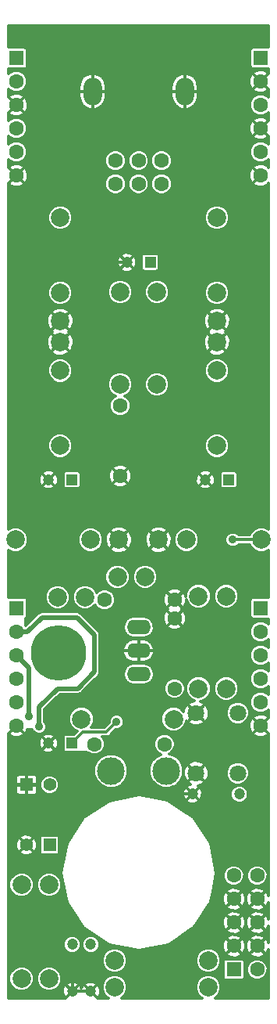
<source format=gbl>
G04 #@! TF.FileFunction,Copper,L2,Bot,Signal*
%FSLAX46Y46*%
G04 Gerber Fmt 4.6, Leading zero omitted, Abs format (unit mm)*
G04 Created by KiCad (PCBNEW (2016-08-20 BZR 7083)-product) date Sun Feb  5 21:12:02 2017*
%MOMM*%
%LPD*%
G01*
G04 APERTURE LIST*
%ADD10C,0.100000*%
%ADD11C,6.000000*%
%ADD12C,1.200000*%
%ADD13R,1.200000X1.200000*%
%ADD14R,1.400000X1.400000*%
%ADD15C,1.400000*%
%ADD16C,2.000000*%
%ADD17O,2.000000X3.000000*%
%ADD18C,1.600000*%
%ADD19C,1.800000*%
%ADD20R,1.600000X1.600000*%
%ADD21O,2.600000X1.600000*%
%ADD22C,3.000000*%
%ADD23C,0.900000*%
%ADD24C,0.300000*%
%ADD25C,0.500000*%
G04 APERTURE END LIST*
D10*
D11*
X5800000Y37800000D03*
D12*
X4730000Y28000000D03*
D13*
X7270000Y28000000D03*
D14*
X4850000Y17000000D03*
D15*
X2350000Y17000000D03*
D14*
X2350000Y23500000D03*
D15*
X4850000Y23500000D03*
D12*
X9300000Y6240000D03*
X9300000Y1160000D03*
X7300000Y1160000D03*
X7300000Y6240000D03*
X25440000Y22500000D03*
X20360000Y22500000D03*
D16*
X4800000Y2520000D03*
X4800000Y12680000D03*
X1800000Y2520000D03*
X1800000Y12680000D03*
X18300000Y30600000D03*
X8300000Y30600000D03*
X21000000Y33900000D03*
X21000000Y43900000D03*
X24000000Y33900000D03*
X24000000Y43900000D03*
X16500000Y66800000D03*
X16500000Y76800000D03*
X12500000Y66800000D03*
X12500000Y76800000D03*
D17*
X19500000Y98500000D03*
X9500000Y98500000D03*
D18*
X17000000Y91000000D03*
X14500000Y91000000D03*
X12000000Y91000000D03*
X12000000Y88500000D03*
X14500000Y88500000D03*
X17000000Y88500000D03*
D19*
X25250000Y31250000D03*
X25250000Y24750000D03*
X20750000Y31250000D03*
X20750000Y24750000D03*
D18*
X17300000Y27900000D03*
X9700000Y27900000D03*
X10800000Y43500000D03*
X18400000Y43500000D03*
X18400000Y33900000D03*
X18400000Y41500000D03*
X12500000Y64500000D03*
X12500000Y56900000D03*
D12*
X4730000Y56500000D03*
D13*
X7270000Y56500000D03*
D12*
X21730000Y56500000D03*
D13*
X24270000Y56500000D03*
D12*
X13230000Y80000000D03*
D13*
X15770000Y80000000D03*
D18*
X24830000Y13680000D03*
X27370000Y13680000D03*
X27370000Y11140000D03*
D20*
X24830000Y3520000D03*
D18*
X27370000Y3520000D03*
X24830000Y6060000D03*
X27370000Y6060000D03*
X24830000Y8600000D03*
X27370000Y8600000D03*
X24830000Y11140000D03*
D21*
X14500000Y35460000D03*
X14500000Y40540000D03*
X14500000Y38000000D03*
D16*
X11920000Y4500000D03*
X22080000Y4500000D03*
X22080000Y1600000D03*
X11920000Y1600000D03*
D18*
X1250000Y89400000D03*
X1250000Y91940000D03*
X1250000Y94480000D03*
X1250000Y97020000D03*
D20*
X1250000Y102100000D03*
D18*
X1250000Y99560000D03*
X1250000Y29900000D03*
X1250000Y32440000D03*
X1250000Y34980000D03*
X1250000Y37520000D03*
D20*
X1250000Y42600000D03*
D18*
X1250000Y40060000D03*
X27750000Y29900000D03*
X27750000Y32440000D03*
X27750000Y34980000D03*
X27750000Y37520000D03*
D20*
X27750000Y42600000D03*
D18*
X27750000Y40060000D03*
X27750000Y89400000D03*
X27750000Y91940000D03*
X27750000Y94480000D03*
X27750000Y97020000D03*
D20*
X27750000Y102100000D03*
D18*
X27750000Y99560000D03*
D16*
X9302000Y50000000D03*
X1174000Y50000000D03*
X12350000Y50000000D03*
X19698000Y50000000D03*
X27826000Y50000000D03*
X16650000Y50000000D03*
X6000000Y76698000D03*
X6000000Y84826000D03*
X6000000Y73650000D03*
X6000000Y68302000D03*
X6000000Y60174000D03*
X6000000Y71350000D03*
X23000000Y68302000D03*
X23000000Y60174000D03*
X23000000Y71350000D03*
X23000000Y76698000D03*
X23000000Y84826000D03*
X23000000Y73650000D03*
D22*
X17500000Y25000000D03*
X11500000Y25000000D03*
D16*
X15200000Y46000000D03*
X12200000Y46000000D03*
X5700000Y43800000D03*
X8700000Y43800000D03*
D23*
X10800000Y39600000D03*
X11700000Y42100000D03*
X10400000Y46500000D03*
X9300000Y75300000D03*
X28000000Y1200000D03*
X24100000Y1200000D03*
X13800000Y3200000D03*
X19800000Y3500000D03*
X21800000Y8700000D03*
X1100000Y4300000D03*
X1200000Y10700000D03*
X5300000Y5000000D03*
X8600000Y21600000D03*
X11500000Y27600000D03*
X15700000Y26600000D03*
X14500000Y24000000D03*
X27600000Y23000000D03*
X24300000Y18300000D03*
X22900000Y27800000D03*
X13600000Y29100000D03*
X16700000Y33000000D03*
X22400000Y35500000D03*
X26100000Y36200000D03*
X25600000Y42000000D03*
X20800000Y36500000D03*
X25600000Y38900000D03*
X26100000Y33200000D03*
X12500000Y32800000D03*
X5900000Y31900000D03*
X24900000Y48600000D03*
X26800000Y48500000D03*
X24900000Y54500000D03*
X23400000Y50400000D03*
X21300000Y51300000D03*
X23100000Y45800000D03*
X28100000Y45900000D03*
X8700000Y51900000D03*
X1300000Y52500000D03*
X6400000Y45800000D03*
X3000000Y44000000D03*
X2800000Y48600000D03*
X1700000Y65000000D03*
X1400000Y77900000D03*
X4300000Y82800000D03*
X7600000Y88400000D03*
X7600000Y83500000D03*
X27500000Y52000000D03*
X24400000Y61900000D03*
X27400000Y67000000D03*
X27700000Y77800000D03*
X23900000Y82400000D03*
X24200000Y86400000D03*
X21800000Y89100000D03*
X17300000Y86500000D03*
X21000000Y58900000D03*
X18800000Y66300000D03*
X17000000Y54300000D03*
X16400000Y59200000D03*
X14600000Y65000000D03*
X7900000Y60400000D03*
X9600000Y66700000D03*
X14600000Y68900000D03*
X19600000Y72700000D03*
X19700000Y81500000D03*
X19800000Y90500000D03*
X24800000Y95500000D03*
X27400000Y104500000D03*
X18400000Y92500000D03*
X14800000Y98400000D03*
X11000000Y103200000D03*
X2600000Y93200000D03*
X10300000Y88900000D03*
X6500000Y95300000D03*
X10300000Y91500000D03*
X1200000Y104700000D03*
X2800000Y100700000D03*
X11500000Y92700000D03*
X24700000Y50000000D03*
X3700000Y29800000D03*
X2600000Y30900000D03*
X12100000Y30300000D03*
D24*
X10800000Y39600000D02*
X10800000Y41200000D01*
X12400000Y38000000D02*
X10800000Y39600000D01*
X14500000Y38000000D02*
X12400000Y38000000D01*
X10800000Y41200000D02*
X11700000Y42100000D01*
X13230000Y80000000D02*
X9300000Y76070000D01*
X9300000Y76070000D02*
X9300000Y75300000D01*
X24830000Y6060000D02*
X26200000Y4690000D01*
X25000000Y1200000D02*
X24100000Y1200000D01*
X26200000Y2400000D02*
X25000000Y1200000D01*
X26200000Y4690000D02*
X26200000Y2400000D01*
X24830000Y6060000D02*
X22190000Y8700000D01*
X19500000Y3200000D02*
X13800000Y3200000D01*
X19800000Y3500000D02*
X19500000Y3200000D01*
X22190000Y8700000D02*
X21800000Y8700000D01*
X7300000Y1160000D02*
X7300000Y3000000D01*
X1200000Y4400000D02*
X1100000Y4300000D01*
X1200000Y10700000D02*
X1200000Y4400000D01*
X7300000Y3000000D02*
X5300000Y5000000D01*
X9300000Y1160000D02*
X9960000Y500000D01*
X9960000Y500000D02*
X10100000Y500000D01*
X7300000Y1160000D02*
X9300000Y1160000D01*
X7300000Y1160000D02*
X6640000Y500000D01*
X6640000Y500000D02*
X6300000Y500000D01*
X20360000Y22500000D02*
X16000000Y22500000D01*
X12500000Y26600000D02*
X11500000Y27600000D01*
X15700000Y26600000D02*
X12500000Y26600000D01*
X16000000Y22500000D02*
X14500000Y24000000D01*
X26700000Y28850000D02*
X26700000Y23900000D01*
X26700000Y23900000D02*
X27600000Y23000000D01*
X27750000Y29900000D02*
X26700000Y28850000D01*
X13600000Y29900000D02*
X13600000Y29100000D01*
X16700000Y33000000D02*
X13600000Y29900000D01*
X26100000Y33200000D02*
X26100000Y36200000D01*
X21800000Y35500000D02*
X22400000Y35500000D01*
X25600000Y42000000D02*
X25600000Y38900000D01*
X20800000Y36500000D02*
X21800000Y35500000D01*
X4730000Y28000000D02*
X5900000Y29170000D01*
X12500000Y32800000D02*
X12600000Y32800000D01*
X5900000Y29170000D02*
X5900000Y31900000D01*
X24900000Y48600000D02*
X25000000Y48500000D01*
X25000000Y48500000D02*
X26800000Y48500000D01*
X24900000Y48600000D02*
X27600000Y45900000D01*
X24900000Y47600000D02*
X24900000Y48600000D01*
X23400000Y50400000D02*
X23100000Y50100000D01*
X24500000Y54500000D02*
X24900000Y54500000D01*
X21300000Y51300000D02*
X24500000Y54500000D01*
X23100000Y50100000D02*
X23100000Y45800000D01*
X23100000Y45800000D02*
X24900000Y47600000D01*
X27600000Y45900000D02*
X28100000Y45900000D01*
X12350000Y50000000D02*
X10450000Y51900000D01*
X10450000Y51900000D02*
X8700000Y51900000D01*
X6400000Y45800000D02*
X5600000Y45800000D01*
X1300000Y53070000D02*
X1300000Y52500000D01*
X4730000Y56500000D02*
X1300000Y53070000D01*
X3000000Y44000000D02*
X2900000Y44000000D01*
X5600000Y45800000D02*
X2800000Y48600000D01*
X1700000Y59530000D02*
X4730000Y56500000D01*
X1700000Y65000000D02*
X1700000Y59530000D01*
X4300000Y80800000D02*
X1400000Y77900000D01*
X4300000Y82800000D02*
X4300000Y80800000D01*
X27750000Y29900000D02*
X28600000Y30750000D01*
X28600000Y30750000D02*
X28600000Y30900000D01*
X27750000Y29900000D02*
X28600000Y29050000D01*
X28600000Y29050000D02*
X28600000Y28800000D01*
X1250000Y29900000D02*
X500000Y29150000D01*
X500000Y29150000D02*
X500000Y28900000D01*
X27750000Y94480000D02*
X28500000Y95230000D01*
X28500000Y95230000D02*
X28500000Y95500000D01*
X27750000Y94480000D02*
X28500000Y93730000D01*
X28500000Y93730000D02*
X28500000Y93300000D01*
X27750000Y99560000D02*
X28500000Y100310000D01*
X28500000Y100310000D02*
X28500000Y100500000D01*
X27750000Y99560000D02*
X28500000Y98810000D01*
X28500000Y98810000D02*
X28500000Y98300000D01*
X1250000Y97020000D02*
X400000Y97870000D01*
X400000Y97870000D02*
X400000Y98300000D01*
X1250000Y97020000D02*
X400000Y96170000D01*
X400000Y96170000D02*
X400000Y95800000D01*
X1250000Y89400000D02*
X500000Y90150000D01*
X500000Y90150000D02*
X500000Y90700000D01*
X1250000Y89400000D02*
X500000Y88650000D01*
X500000Y88650000D02*
X500000Y88400000D01*
X13230000Y80000000D02*
X11100000Y80000000D01*
X11100000Y80000000D02*
X7600000Y83500000D01*
X27400000Y64900000D02*
X24400000Y61900000D01*
X27400000Y67000000D02*
X27400000Y64900000D01*
X23900000Y81600000D02*
X27700000Y77800000D01*
X23900000Y82400000D02*
X23900000Y81600000D01*
X21800000Y88800000D02*
X24200000Y86400000D01*
X21800000Y89100000D02*
X21800000Y88800000D01*
X18800000Y61100000D02*
X21000000Y58900000D01*
X18800000Y66300000D02*
X18800000Y61100000D01*
X17000000Y54300000D02*
X16400000Y54900000D01*
X15100000Y54300000D02*
X17000000Y54300000D01*
X12500000Y56900000D02*
X15100000Y54300000D01*
X16400000Y54900000D02*
X16400000Y59200000D01*
X27750000Y99560000D02*
X24800000Y96610000D01*
X9600000Y62100000D02*
X7900000Y60400000D01*
X9600000Y66700000D02*
X9600000Y62100000D01*
X15800000Y68900000D02*
X14600000Y68900000D01*
X19600000Y72700000D02*
X15800000Y68900000D01*
X19800000Y81600000D02*
X19700000Y81500000D01*
X19800000Y90500000D02*
X19800000Y81600000D01*
X24800000Y96610000D02*
X24800000Y95500000D01*
X19500000Y98500000D02*
X19500000Y93600000D01*
X19500000Y93600000D02*
X18400000Y92500000D01*
X9500000Y98500000D02*
X9500000Y101700000D01*
X9500000Y101700000D02*
X11000000Y103200000D01*
X10300000Y91500000D02*
X10300000Y88900000D01*
X11500000Y92700000D02*
X10300000Y91500000D01*
X9500000Y98500000D02*
X9500000Y94700000D01*
X1800000Y104700000D02*
X1200000Y104700000D01*
X2800000Y103700000D02*
X1800000Y104700000D01*
X2800000Y100700000D02*
X2800000Y103700000D01*
X9500000Y94700000D02*
X11500000Y92700000D01*
X24700000Y50000000D02*
X27826000Y50000000D01*
D25*
X3700000Y31900000D02*
X5700000Y33900000D01*
X3700000Y31900000D02*
X3700000Y29800000D01*
X2460000Y40060000D02*
X1250000Y40060000D01*
X4000000Y41600000D02*
X2460000Y40060000D01*
X7800000Y41600000D02*
X4000000Y41600000D01*
X9700000Y39700000D02*
X7800000Y41600000D01*
X9700000Y35700000D02*
X9700000Y39700000D01*
X7900000Y33900000D02*
X9700000Y35700000D01*
X5700000Y33900000D02*
X7900000Y33900000D01*
X2600000Y36170000D02*
X2600000Y30900000D01*
X1250000Y37520000D02*
X2600000Y36170000D01*
D24*
X8470000Y29200000D02*
X7270000Y28000000D01*
X11000000Y29200000D02*
X8470000Y29200000D01*
X12100000Y30300000D02*
X11000000Y29200000D01*
G36*
X28580000Y103271281D02*
X28550000Y103277248D01*
X26950000Y103277248D01*
X26805633Y103248532D01*
X26683245Y103166755D01*
X26601468Y103044367D01*
X26572752Y102900000D01*
X26572752Y101300000D01*
X26601468Y101155633D01*
X26683245Y101033245D01*
X26805633Y100951468D01*
X26950000Y100922752D01*
X28550000Y100922752D01*
X28580000Y100928719D01*
X28580000Y100402731D01*
X28575057Y100397788D01*
X28502614Y100611196D01*
X28043050Y100819191D01*
X27538871Y100835486D01*
X27066836Y100657599D01*
X26997386Y100611196D01*
X26924942Y100397786D01*
X27750000Y99572728D01*
X27764142Y99586870D01*
X27776870Y99574142D01*
X27762728Y99560000D01*
X27776870Y99545858D01*
X27764142Y99533130D01*
X27750000Y99547272D01*
X26924942Y98722214D01*
X26997386Y98508804D01*
X27456950Y98300809D01*
X27961129Y98284514D01*
X28433164Y98462401D01*
X28502614Y98508804D01*
X28575057Y98722212D01*
X28580000Y98717269D01*
X28580000Y97844626D01*
X28413617Y98011300D01*
X27983748Y98189797D01*
X27518294Y98190203D01*
X27088114Y98012456D01*
X26758700Y97683617D01*
X26580203Y97253748D01*
X26579797Y96788294D01*
X26757544Y96358114D01*
X27086383Y96028700D01*
X27516252Y95850203D01*
X27981706Y95849797D01*
X28411886Y96027544D01*
X28580000Y96195365D01*
X28580000Y95322731D01*
X28575057Y95317788D01*
X28502614Y95531196D01*
X28043050Y95739191D01*
X27538871Y95755486D01*
X27066836Y95577599D01*
X26997386Y95531196D01*
X26924942Y95317786D01*
X27750000Y94492728D01*
X27764142Y94506870D01*
X27776870Y94494142D01*
X27762728Y94480000D01*
X27776870Y94465858D01*
X27764142Y94453130D01*
X27750000Y94467272D01*
X26924942Y93642214D01*
X26997386Y93428804D01*
X27456950Y93220809D01*
X27961129Y93204514D01*
X28433164Y93382401D01*
X28502614Y93428804D01*
X28575057Y93642212D01*
X28580000Y93637269D01*
X28580000Y92764626D01*
X28413617Y92931300D01*
X27983748Y93109797D01*
X27518294Y93110203D01*
X27088114Y92932456D01*
X26758700Y92603617D01*
X26580203Y92173748D01*
X26579797Y91708294D01*
X26757544Y91278114D01*
X27086383Y90948700D01*
X27516252Y90770203D01*
X27981706Y90769797D01*
X28411886Y90947544D01*
X28580000Y91115365D01*
X28580000Y90242731D01*
X28575057Y90237788D01*
X28502614Y90451196D01*
X28043050Y90659191D01*
X27538871Y90675486D01*
X27066836Y90497599D01*
X26997386Y90451196D01*
X26924942Y90237786D01*
X27750000Y89412728D01*
X27764142Y89426870D01*
X27776870Y89414142D01*
X27762728Y89400000D01*
X27776870Y89385858D01*
X27764142Y89373130D01*
X27750000Y89387272D01*
X26924942Y88562214D01*
X26997386Y88348804D01*
X27456950Y88140809D01*
X27961129Y88124514D01*
X28433164Y88302401D01*
X28502614Y88348804D01*
X28575057Y88562212D01*
X28580000Y88557269D01*
X28580000Y51170326D01*
X28099705Y51369762D01*
X27554686Y51370237D01*
X27050971Y51162107D01*
X26665248Y50777056D01*
X26558509Y50520000D01*
X25339552Y50520000D01*
X25165099Y50694757D01*
X24863824Y50819858D01*
X24537607Y50820142D01*
X24236114Y50695568D01*
X24005243Y50465099D01*
X23880142Y50163824D01*
X23879858Y49837607D01*
X24004432Y49536114D01*
X24234901Y49305243D01*
X24536176Y49180142D01*
X24862393Y49179858D01*
X25163886Y49304432D01*
X25339760Y49480000D01*
X26558518Y49480000D01*
X26663893Y49224971D01*
X27048944Y48839248D01*
X27552295Y48630238D01*
X28097314Y48629763D01*
X28580000Y48829204D01*
X28580000Y43771281D01*
X28550000Y43777248D01*
X26950000Y43777248D01*
X26805633Y43748532D01*
X26683245Y43666755D01*
X26601468Y43544367D01*
X26572752Y43400000D01*
X26572752Y41800000D01*
X26601468Y41655633D01*
X26683245Y41533245D01*
X26805633Y41451468D01*
X26950000Y41422752D01*
X28550000Y41422752D01*
X28580000Y41428719D01*
X28580000Y40884626D01*
X28413617Y41051300D01*
X27983748Y41229797D01*
X27518294Y41230203D01*
X27088114Y41052456D01*
X26758700Y40723617D01*
X26580203Y40293748D01*
X26579797Y39828294D01*
X26757544Y39398114D01*
X27086383Y39068700D01*
X27516252Y38890203D01*
X27981706Y38889797D01*
X28411886Y39067544D01*
X28580000Y39235365D01*
X28580000Y38344626D01*
X28413617Y38511300D01*
X27983748Y38689797D01*
X27518294Y38690203D01*
X27088114Y38512456D01*
X26758700Y38183617D01*
X26580203Y37753748D01*
X26579797Y37288294D01*
X26757544Y36858114D01*
X27086383Y36528700D01*
X27516252Y36350203D01*
X27981706Y36349797D01*
X28411886Y36527544D01*
X28580000Y36695365D01*
X28580000Y35804626D01*
X28413617Y35971300D01*
X27983748Y36149797D01*
X27518294Y36150203D01*
X27088114Y35972456D01*
X26758700Y35643617D01*
X26580203Y35213748D01*
X26579797Y34748294D01*
X26757544Y34318114D01*
X27086383Y33988700D01*
X27516252Y33810203D01*
X27981706Y33809797D01*
X28411886Y33987544D01*
X28580000Y34155365D01*
X28580000Y33264626D01*
X28413617Y33431300D01*
X27983748Y33609797D01*
X27518294Y33610203D01*
X27088114Y33432456D01*
X26758700Y33103617D01*
X26580203Y32673748D01*
X26579797Y32208294D01*
X26757544Y31778114D01*
X27086383Y31448700D01*
X27516252Y31270203D01*
X27981706Y31269797D01*
X28411886Y31447544D01*
X28580000Y31615365D01*
X28580000Y30742731D01*
X28575057Y30737788D01*
X28502614Y30951196D01*
X28043050Y31159191D01*
X27538871Y31175486D01*
X27066836Y30997599D01*
X26997386Y30951196D01*
X26924942Y30737786D01*
X27750000Y29912728D01*
X27764142Y29926870D01*
X27776870Y29914142D01*
X27762728Y29900000D01*
X27776870Y29885858D01*
X27764142Y29873130D01*
X27750000Y29887272D01*
X26924942Y29062214D01*
X26997386Y28848804D01*
X27456950Y28640809D01*
X27961129Y28624514D01*
X28433164Y28802401D01*
X28502614Y28848804D01*
X28575057Y29062212D01*
X28580000Y29057269D01*
X28580000Y11524900D01*
X28467599Y11823164D01*
X28421196Y11892614D01*
X28207786Y11965058D01*
X27382728Y11140000D01*
X28207786Y10314942D01*
X28421196Y10387386D01*
X28580000Y10738263D01*
X28580000Y8984900D01*
X28467599Y9283164D01*
X28421196Y9352614D01*
X28207786Y9425058D01*
X27382728Y8600000D01*
X28207786Y7774942D01*
X28421196Y7847386D01*
X28580000Y8198263D01*
X28580000Y6444900D01*
X28467599Y6743164D01*
X28421196Y6812614D01*
X28207786Y6885058D01*
X27382728Y6060000D01*
X28207786Y5234942D01*
X28421196Y5307386D01*
X28580000Y5658263D01*
X28580000Y420000D01*
X22811724Y420000D01*
X22855029Y437893D01*
X23240752Y822944D01*
X23449762Y1326295D01*
X23450237Y1871314D01*
X23242107Y2375029D01*
X22857056Y2760752D01*
X22353705Y2969762D01*
X21808686Y2970237D01*
X21304971Y2762107D01*
X20919248Y2377056D01*
X20710238Y1873705D01*
X20709763Y1328686D01*
X20917893Y824971D01*
X21302944Y439248D01*
X21349298Y420000D01*
X12651724Y420000D01*
X12695029Y437893D01*
X13080752Y822944D01*
X13289762Y1326295D01*
X13290237Y1871314D01*
X13082107Y2375029D01*
X12697056Y2760752D01*
X12193705Y2969762D01*
X11648686Y2970237D01*
X11144971Y2762107D01*
X10759248Y2377056D01*
X10550238Y1873705D01*
X10549763Y1328686D01*
X10757893Y824971D01*
X11142944Y439248D01*
X11189298Y420000D01*
X10052731Y420000D01*
X9993590Y479141D01*
X10186217Y527250D01*
X10360901Y914555D01*
X10374073Y1339228D01*
X10223726Y1736614D01*
X10186217Y1792750D01*
X9993588Y1840860D01*
X9312728Y1160000D01*
X9326870Y1145858D01*
X9314142Y1133130D01*
X9300000Y1147272D01*
X9285858Y1133130D01*
X9273130Y1145858D01*
X9287272Y1160000D01*
X8606412Y1840860D01*
X8413783Y1792750D01*
X8298876Y1537982D01*
X8223726Y1736614D01*
X8186217Y1792750D01*
X7993588Y1840860D01*
X7312728Y1160000D01*
X7326870Y1145858D01*
X7314142Y1133130D01*
X7300000Y1147272D01*
X7285858Y1133130D01*
X7273130Y1145858D01*
X7287272Y1160000D01*
X6606412Y1840860D01*
X6413783Y1792750D01*
X6239099Y1405445D01*
X6225927Y980772D01*
X6376274Y583386D01*
X6413783Y527250D01*
X6606410Y479141D01*
X6547269Y420000D01*
X420000Y420000D01*
X420000Y2248686D01*
X429763Y2248686D01*
X637893Y1744971D01*
X1022944Y1359248D01*
X1526295Y1150238D01*
X2071314Y1149763D01*
X2575029Y1357893D01*
X2960752Y1742944D01*
X3169762Y2246295D01*
X3169764Y2248686D01*
X3429763Y2248686D01*
X3637893Y1744971D01*
X4022944Y1359248D01*
X4526295Y1150238D01*
X5071314Y1149763D01*
X5575029Y1357893D01*
X5960752Y1742944D01*
X6006695Y1853588D01*
X6619140Y1853588D01*
X7300000Y1172728D01*
X7980860Y1853588D01*
X8619140Y1853588D01*
X9300000Y1172728D01*
X9980860Y1853588D01*
X9932750Y2046217D01*
X9545445Y2220901D01*
X9120772Y2234073D01*
X8723386Y2083726D01*
X8667250Y2046217D01*
X8619140Y1853588D01*
X7980860Y1853588D01*
X7932750Y2046217D01*
X7545445Y2220901D01*
X7120772Y2234073D01*
X6723386Y2083726D01*
X6667250Y2046217D01*
X6619140Y1853588D01*
X6006695Y1853588D01*
X6169762Y2246295D01*
X6170237Y2791314D01*
X5962107Y3295029D01*
X5577056Y3680752D01*
X5073705Y3889762D01*
X4528686Y3890237D01*
X4024971Y3682107D01*
X3639248Y3297056D01*
X3430238Y2793705D01*
X3429763Y2248686D01*
X3169764Y2248686D01*
X3170237Y2791314D01*
X2962107Y3295029D01*
X2577056Y3680752D01*
X2073705Y3889762D01*
X1528686Y3890237D01*
X1024971Y3682107D01*
X639248Y3297056D01*
X430238Y2793705D01*
X429763Y2248686D01*
X420000Y2248686D01*
X420000Y4228686D01*
X10549763Y4228686D01*
X10757893Y3724971D01*
X11142944Y3339248D01*
X11646295Y3130238D01*
X12191314Y3129763D01*
X12695029Y3337893D01*
X13080752Y3722944D01*
X13289762Y4226295D01*
X13289764Y4228686D01*
X20709763Y4228686D01*
X20917893Y3724971D01*
X21302944Y3339248D01*
X21806295Y3130238D01*
X22351314Y3129763D01*
X22855029Y3337893D01*
X23240752Y3722944D01*
X23449762Y4226295D01*
X23449843Y4320000D01*
X23652752Y4320000D01*
X23652752Y2720000D01*
X23681468Y2575633D01*
X23763245Y2453245D01*
X23885633Y2371468D01*
X24030000Y2342752D01*
X25630000Y2342752D01*
X25774367Y2371468D01*
X25896755Y2453245D01*
X25978532Y2575633D01*
X26007248Y2720000D01*
X26007248Y3288294D01*
X26199797Y3288294D01*
X26377544Y2858114D01*
X26706383Y2528700D01*
X27136252Y2350203D01*
X27601706Y2349797D01*
X28031886Y2527544D01*
X28361300Y2856383D01*
X28539797Y3286252D01*
X28540203Y3751706D01*
X28362456Y4181886D01*
X28033617Y4511300D01*
X27603748Y4689797D01*
X27138294Y4690203D01*
X26708114Y4512456D01*
X26378700Y4183617D01*
X26200203Y3753748D01*
X26199797Y3288294D01*
X26007248Y3288294D01*
X26007248Y4320000D01*
X25978532Y4464367D01*
X25896755Y4586755D01*
X25774367Y4668532D01*
X25630000Y4697248D01*
X24030000Y4697248D01*
X23885633Y4668532D01*
X23763245Y4586755D01*
X23681468Y4464367D01*
X23652752Y4320000D01*
X23449843Y4320000D01*
X23450237Y4771314D01*
X23263930Y5222214D01*
X24004942Y5222214D01*
X24077386Y5008804D01*
X24536950Y4800809D01*
X25041129Y4784514D01*
X25513164Y4962401D01*
X25582614Y5008804D01*
X25655058Y5222214D01*
X26544942Y5222214D01*
X26617386Y5008804D01*
X27076950Y4800809D01*
X27581129Y4784514D01*
X28053164Y4962401D01*
X28122614Y5008804D01*
X28195058Y5222214D01*
X27370000Y6047272D01*
X26544942Y5222214D01*
X25655058Y5222214D01*
X24830000Y6047272D01*
X24004942Y5222214D01*
X23263930Y5222214D01*
X23242107Y5275029D01*
X22857056Y5660752D01*
X22404017Y5848871D01*
X23554514Y5848871D01*
X23732401Y5376836D01*
X23778804Y5307386D01*
X23992214Y5234942D01*
X24817272Y6060000D01*
X24842728Y6060000D01*
X25667786Y5234942D01*
X25881196Y5307386D01*
X26089191Y5766950D01*
X26091838Y5848871D01*
X26094514Y5848871D01*
X26272401Y5376836D01*
X26318804Y5307386D01*
X26532214Y5234942D01*
X27357272Y6060000D01*
X26532214Y6885058D01*
X26318804Y6812614D01*
X26110809Y6353050D01*
X26094514Y5848871D01*
X26091838Y5848871D01*
X26105486Y6271129D01*
X25927599Y6743164D01*
X25881196Y6812614D01*
X25667786Y6885058D01*
X24842728Y6060000D01*
X24817272Y6060000D01*
X23992214Y6885058D01*
X23778804Y6812614D01*
X23570809Y6353050D01*
X23554514Y5848871D01*
X22404017Y5848871D01*
X22353705Y5869762D01*
X21808686Y5870237D01*
X21304971Y5662107D01*
X20919248Y5277056D01*
X20710238Y4773705D01*
X20709763Y4228686D01*
X13289764Y4228686D01*
X13290237Y4771314D01*
X13082107Y5275029D01*
X12697056Y5660752D01*
X12193705Y5869762D01*
X11648686Y5870237D01*
X11144971Y5662107D01*
X10759248Y5277056D01*
X10550238Y4773705D01*
X10549763Y4228686D01*
X420000Y4228686D01*
X420000Y6047902D01*
X6329832Y6047902D01*
X6477195Y5691257D01*
X6749822Y5418154D01*
X7106209Y5270169D01*
X7492098Y5269832D01*
X7848743Y5417195D01*
X8121846Y5689822D01*
X8269831Y6046209D01*
X8269832Y6047902D01*
X8329832Y6047902D01*
X8477195Y5691257D01*
X8749822Y5418154D01*
X9106209Y5270169D01*
X9492098Y5269832D01*
X9848743Y5417195D01*
X10121846Y5689822D01*
X10269831Y6046209D01*
X10270168Y6432098D01*
X10122805Y6788743D01*
X9850178Y7061846D01*
X9493791Y7209831D01*
X9107902Y7210168D01*
X8751257Y7062805D01*
X8478154Y6790178D01*
X8330169Y6433791D01*
X8329832Y6047902D01*
X8269832Y6047902D01*
X8270168Y6432098D01*
X8122805Y6788743D01*
X7850178Y7061846D01*
X7493791Y7209831D01*
X7107902Y7210168D01*
X6751257Y7062805D01*
X6478154Y6790178D01*
X6330169Y6433791D01*
X6329832Y6047902D01*
X420000Y6047902D01*
X420000Y12408686D01*
X429763Y12408686D01*
X637893Y11904971D01*
X1022944Y11519248D01*
X1526295Y11310238D01*
X2071314Y11309763D01*
X2575029Y11517893D01*
X2960752Y11902944D01*
X3169762Y12406295D01*
X3169764Y12408686D01*
X3429763Y12408686D01*
X3637893Y11904971D01*
X4022944Y11519248D01*
X4526295Y11310238D01*
X5071314Y11309763D01*
X5575029Y11517893D01*
X5960752Y11902944D01*
X6169762Y12406295D01*
X6170237Y12951314D01*
X5962107Y13455029D01*
X5577056Y13840752D01*
X5193545Y14000000D01*
X6064390Y14000000D01*
X6706513Y10771832D01*
X8535123Y8035123D01*
X11271832Y6206513D01*
X14500000Y5564390D01*
X17728168Y6206513D01*
X18762731Y6897786D01*
X24004942Y6897786D01*
X24830000Y6072728D01*
X25655058Y6897786D01*
X26544942Y6897786D01*
X27370000Y6072728D01*
X28195058Y6897786D01*
X28122614Y7111196D01*
X27663050Y7319191D01*
X27158871Y7335486D01*
X26686836Y7157599D01*
X26617386Y7111196D01*
X26544942Y6897786D01*
X25655058Y6897786D01*
X25582614Y7111196D01*
X25123050Y7319191D01*
X24618871Y7335486D01*
X24146836Y7157599D01*
X24077386Y7111196D01*
X24004942Y6897786D01*
X18762731Y6897786D01*
X20056439Y7762214D01*
X24004942Y7762214D01*
X24077386Y7548804D01*
X24536950Y7340809D01*
X25041129Y7324514D01*
X25513164Y7502401D01*
X25582614Y7548804D01*
X25655058Y7762214D01*
X26544942Y7762214D01*
X26617386Y7548804D01*
X27076950Y7340809D01*
X27581129Y7324514D01*
X28053164Y7502401D01*
X28122614Y7548804D01*
X28195058Y7762214D01*
X27370000Y8587272D01*
X26544942Y7762214D01*
X25655058Y7762214D01*
X24830000Y8587272D01*
X24004942Y7762214D01*
X20056439Y7762214D01*
X20464877Y8035123D01*
X20701243Y8388871D01*
X23554514Y8388871D01*
X23732401Y7916836D01*
X23778804Y7847386D01*
X23992214Y7774942D01*
X24817272Y8600000D01*
X24842728Y8600000D01*
X25667786Y7774942D01*
X25881196Y7847386D01*
X26089191Y8306950D01*
X26091838Y8388871D01*
X26094514Y8388871D01*
X26272401Y7916836D01*
X26318804Y7847386D01*
X26532214Y7774942D01*
X27357272Y8600000D01*
X26532214Y9425058D01*
X26318804Y9352614D01*
X26110809Y8893050D01*
X26094514Y8388871D01*
X26091838Y8388871D01*
X26105486Y8811129D01*
X25927599Y9283164D01*
X25881196Y9352614D01*
X25667786Y9425058D01*
X24842728Y8600000D01*
X24817272Y8600000D01*
X23992214Y9425058D01*
X23778804Y9352614D01*
X23570809Y8893050D01*
X23554514Y8388871D01*
X20701243Y8388871D01*
X21402105Y9437786D01*
X24004942Y9437786D01*
X24830000Y8612728D01*
X25655058Y9437786D01*
X26544942Y9437786D01*
X27370000Y8612728D01*
X28195058Y9437786D01*
X28122614Y9651196D01*
X27663050Y9859191D01*
X27158871Y9875486D01*
X26686836Y9697599D01*
X26617386Y9651196D01*
X26544942Y9437786D01*
X25655058Y9437786D01*
X25582614Y9651196D01*
X25123050Y9859191D01*
X24618871Y9875486D01*
X24146836Y9697599D01*
X24077386Y9651196D01*
X24004942Y9437786D01*
X21402105Y9437786D01*
X21979697Y10302214D01*
X24004942Y10302214D01*
X24077386Y10088804D01*
X24536950Y9880809D01*
X25041129Y9864514D01*
X25513164Y10042401D01*
X25582614Y10088804D01*
X25655058Y10302214D01*
X26544942Y10302214D01*
X26617386Y10088804D01*
X27076950Y9880809D01*
X27581129Y9864514D01*
X28053164Y10042401D01*
X28122614Y10088804D01*
X28195058Y10302214D01*
X27370000Y11127272D01*
X26544942Y10302214D01*
X25655058Y10302214D01*
X24830000Y11127272D01*
X24004942Y10302214D01*
X21979697Y10302214D01*
X22293487Y10771832D01*
X22324724Y10928871D01*
X23554514Y10928871D01*
X23732401Y10456836D01*
X23778804Y10387386D01*
X23992214Y10314942D01*
X24817272Y11140000D01*
X24842728Y11140000D01*
X25667786Y10314942D01*
X25881196Y10387386D01*
X26089191Y10846950D01*
X26091838Y10928871D01*
X26094514Y10928871D01*
X26272401Y10456836D01*
X26318804Y10387386D01*
X26532214Y10314942D01*
X27357272Y11140000D01*
X26532214Y11965058D01*
X26318804Y11892614D01*
X26110809Y11433050D01*
X26094514Y10928871D01*
X26091838Y10928871D01*
X26105486Y11351129D01*
X25927599Y11823164D01*
X25881196Y11892614D01*
X25667786Y11965058D01*
X24842728Y11140000D01*
X24817272Y11140000D01*
X23992214Y11965058D01*
X23778804Y11892614D01*
X23570809Y11433050D01*
X23554514Y10928871D01*
X22324724Y10928871D01*
X22533366Y11977786D01*
X24004942Y11977786D01*
X24830000Y11152728D01*
X25655058Y11977786D01*
X26544942Y11977786D01*
X27370000Y11152728D01*
X28195058Y11977786D01*
X28122614Y12191196D01*
X27663050Y12399191D01*
X27158871Y12415486D01*
X26686836Y12237599D01*
X26617386Y12191196D01*
X26544942Y11977786D01*
X25655058Y11977786D01*
X25582614Y12191196D01*
X25123050Y12399191D01*
X24618871Y12415486D01*
X24146836Y12237599D01*
X24077386Y12191196D01*
X24004942Y11977786D01*
X22533366Y11977786D01*
X22825868Y13448294D01*
X23659797Y13448294D01*
X23837544Y13018114D01*
X24166383Y12688700D01*
X24596252Y12510203D01*
X25061706Y12509797D01*
X25491886Y12687544D01*
X25821300Y13016383D01*
X25999797Y13446252D01*
X25999798Y13448294D01*
X26199797Y13448294D01*
X26377544Y13018114D01*
X26706383Y12688700D01*
X27136252Y12510203D01*
X27601706Y12509797D01*
X28031886Y12687544D01*
X28361300Y13016383D01*
X28539797Y13446252D01*
X28540203Y13911706D01*
X28362456Y14341886D01*
X28033617Y14671300D01*
X27603748Y14849797D01*
X27138294Y14850203D01*
X26708114Y14672456D01*
X26378700Y14343617D01*
X26200203Y13913748D01*
X26199797Y13448294D01*
X25999798Y13448294D01*
X26000203Y13911706D01*
X25822456Y14341886D01*
X25493617Y14671300D01*
X25063748Y14849797D01*
X24598294Y14850203D01*
X24168114Y14672456D01*
X23838700Y14343617D01*
X23660203Y13913748D01*
X23659797Y13448294D01*
X22825868Y13448294D01*
X22935610Y14000000D01*
X22293487Y17228168D01*
X20464877Y19964877D01*
X17728168Y21793487D01*
X17663190Y21806412D01*
X19679140Y21806412D01*
X19727250Y21613783D01*
X20114555Y21439099D01*
X20539228Y21425927D01*
X20936614Y21576274D01*
X20992750Y21613783D01*
X21040860Y21806412D01*
X20360000Y22487272D01*
X19679140Y21806412D01*
X17663190Y21806412D01*
X15077330Y22320772D01*
X19285927Y22320772D01*
X19436274Y21923386D01*
X19473783Y21867250D01*
X19666412Y21819140D01*
X20347272Y22500000D01*
X20372728Y22500000D01*
X21053588Y21819140D01*
X21246217Y21867250D01*
X21420901Y22254555D01*
X21422555Y22307902D01*
X24469832Y22307902D01*
X24617195Y21951257D01*
X24889822Y21678154D01*
X25246209Y21530169D01*
X25632098Y21529832D01*
X25988743Y21677195D01*
X26261846Y21949822D01*
X26409831Y22306209D01*
X26410168Y22692098D01*
X26262805Y23048743D01*
X25990178Y23321846D01*
X25633791Y23469831D01*
X25247902Y23470168D01*
X24891257Y23322805D01*
X24618154Y23050178D01*
X24470169Y22693791D01*
X24469832Y22307902D01*
X21422555Y22307902D01*
X21434073Y22679228D01*
X21283726Y23076614D01*
X21246217Y23132750D01*
X21053588Y23180860D01*
X20372728Y22500000D01*
X20347272Y22500000D01*
X19666412Y23180860D01*
X19473783Y23132750D01*
X19299099Y22745445D01*
X19285927Y22320772D01*
X15077330Y22320772D01*
X14500000Y22435610D01*
X11271832Y21793487D01*
X8535123Y19964877D01*
X6706513Y17228168D01*
X6064390Y14000000D01*
X5193545Y14000000D01*
X5073705Y14049762D01*
X4528686Y14050237D01*
X4024971Y13842107D01*
X3639248Y13457056D01*
X3430238Y12953705D01*
X3429763Y12408686D01*
X3169764Y12408686D01*
X3170237Y12951314D01*
X2962107Y13455029D01*
X2577056Y13840752D01*
X2073705Y14049762D01*
X1528686Y14050237D01*
X1024971Y13842107D01*
X639248Y13457056D01*
X430238Y12953705D01*
X429763Y12408686D01*
X420000Y12408686D01*
X420000Y16234314D01*
X1597042Y16234314D01*
X1657318Y16031293D01*
X2080753Y15839954D01*
X2545178Y15825221D01*
X2979890Y15989337D01*
X3042682Y16031293D01*
X3102958Y16234314D01*
X2350000Y16987272D01*
X1597042Y16234314D01*
X420000Y16234314D01*
X420000Y16804822D01*
X1175221Y16804822D01*
X1339337Y16370110D01*
X1381293Y16307318D01*
X1584314Y16247042D01*
X2337272Y17000000D01*
X2362728Y17000000D01*
X3115686Y16247042D01*
X3318707Y16307318D01*
X3510046Y16730753D01*
X3524779Y17195178D01*
X3360663Y17629890D01*
X3318707Y17692682D01*
X3294059Y17700000D01*
X3772752Y17700000D01*
X3772752Y16300000D01*
X3801468Y16155633D01*
X3883245Y16033245D01*
X4005633Y15951468D01*
X4150000Y15922752D01*
X5550000Y15922752D01*
X5694367Y15951468D01*
X5816755Y16033245D01*
X5898532Y16155633D01*
X5927248Y16300000D01*
X5927248Y17700000D01*
X5898532Y17844367D01*
X5816755Y17966755D01*
X5694367Y18048532D01*
X5550000Y18077248D01*
X4150000Y18077248D01*
X4005633Y18048532D01*
X3883245Y17966755D01*
X3801468Y17844367D01*
X3772752Y17700000D01*
X3294059Y17700000D01*
X3115686Y17752958D01*
X2362728Y17000000D01*
X2337272Y17000000D01*
X1584314Y17752958D01*
X1381293Y17692682D01*
X1189954Y17269247D01*
X1175221Y16804822D01*
X420000Y16804822D01*
X420000Y17765686D01*
X1597042Y17765686D01*
X2350000Y17012728D01*
X3102958Y17765686D01*
X3042682Y17968707D01*
X2619247Y18160046D01*
X2154822Y18174779D01*
X1720110Y18010663D01*
X1657318Y17968707D01*
X1597042Y17765686D01*
X420000Y17765686D01*
X420000Y23374000D01*
X1182000Y23374000D01*
X1182000Y22706909D01*
X1253249Y22534899D01*
X1384899Y22403249D01*
X1556909Y22332000D01*
X2224000Y22332000D01*
X2341000Y22449000D01*
X2341000Y23491000D01*
X2359000Y23491000D01*
X2359000Y22449000D01*
X2476000Y22332000D01*
X3143091Y22332000D01*
X3315101Y22403249D01*
X3446751Y22534899D01*
X3518000Y22706909D01*
X3518000Y23288098D01*
X3779814Y23288098D01*
X3942369Y22894685D01*
X4243102Y22593427D01*
X4636230Y22430186D01*
X5061902Y22429814D01*
X5455315Y22592369D01*
X5756573Y22893102D01*
X5919814Y23286230D01*
X5920186Y23711902D01*
X5757631Y24105315D01*
X5456898Y24406573D01*
X5063770Y24569814D01*
X4638098Y24570186D01*
X4244685Y24407631D01*
X3943427Y24106898D01*
X3780186Y23713770D01*
X3779814Y23288098D01*
X3518000Y23288098D01*
X3518000Y23374000D01*
X3401000Y23491000D01*
X2359000Y23491000D01*
X2341000Y23491000D01*
X1299000Y23491000D01*
X1182000Y23374000D01*
X420000Y23374000D01*
X420000Y24293091D01*
X1182000Y24293091D01*
X1182000Y23626000D01*
X1299000Y23509000D01*
X2341000Y23509000D01*
X2341000Y24551000D01*
X2359000Y24551000D01*
X2359000Y23509000D01*
X3401000Y23509000D01*
X3518000Y23626000D01*
X3518000Y24293091D01*
X3446751Y24465101D01*
X3315101Y24596751D01*
X3235638Y24629666D01*
X9629677Y24629666D01*
X9913767Y23942114D01*
X10439347Y23415616D01*
X11126402Y23130326D01*
X11870334Y23129677D01*
X12557886Y23413767D01*
X13084384Y23939347D01*
X13369674Y24626402D01*
X13369676Y24629666D01*
X15629677Y24629666D01*
X15913767Y23942114D01*
X16439347Y23415616D01*
X17126402Y23130326D01*
X17870334Y23129677D01*
X18025010Y23193588D01*
X19679140Y23193588D01*
X20360000Y22512728D01*
X21040860Y23193588D01*
X20994237Y23380264D01*
X21486440Y23565464D01*
X21562545Y23616315D01*
X21647155Y23840117D01*
X20750000Y24737272D01*
X19852845Y23840117D01*
X19937455Y23616315D01*
X20098960Y23543120D01*
X19783386Y23423726D01*
X19727250Y23386217D01*
X19679140Y23193588D01*
X18025010Y23193588D01*
X18557886Y23413767D01*
X19084384Y23939347D01*
X19326704Y24522920D01*
X19373808Y24522920D01*
X19565464Y24013560D01*
X19616315Y23937455D01*
X19840117Y23852845D01*
X20737272Y24750000D01*
X20762728Y24750000D01*
X21659883Y23852845D01*
X21883685Y23937455D01*
X22108335Y24433148D01*
X22110480Y24498490D01*
X23979780Y24498490D01*
X24172718Y24031542D01*
X24529663Y23673974D01*
X24996273Y23480221D01*
X25501510Y23479780D01*
X25968458Y23672718D01*
X26326026Y24029663D01*
X26519779Y24496273D01*
X26520220Y25001510D01*
X26327282Y25468458D01*
X25970337Y25826026D01*
X25503727Y26019779D01*
X24998490Y26020220D01*
X24531542Y25827282D01*
X24173974Y25470337D01*
X23980221Y25003727D01*
X23979780Y24498490D01*
X22110480Y24498490D01*
X22126192Y24977080D01*
X21934536Y25486440D01*
X21883685Y25562545D01*
X21659883Y25647155D01*
X20762728Y24750000D01*
X20737272Y24750000D01*
X19840117Y25647155D01*
X19616315Y25562545D01*
X19391665Y25066852D01*
X19373808Y24522920D01*
X19326704Y24522920D01*
X19369674Y24626402D01*
X19370323Y25370334D01*
X19250685Y25659883D01*
X19852845Y25659883D01*
X20750000Y24762728D01*
X21647155Y25659883D01*
X21562545Y25883685D01*
X21066852Y26108335D01*
X20522920Y26126192D01*
X20013560Y25934536D01*
X19937455Y25883685D01*
X19852845Y25659883D01*
X19250685Y25659883D01*
X19086233Y26057886D01*
X18560653Y26584384D01*
X17873598Y26869674D01*
X17870241Y26869677D01*
X17961886Y26907544D01*
X18291300Y27236383D01*
X18469797Y27666252D01*
X18470203Y28131706D01*
X18292456Y28561886D01*
X17963617Y28891300D01*
X17533748Y29069797D01*
X17068294Y29070203D01*
X16638114Y28892456D01*
X16308700Y28563617D01*
X16130203Y28133748D01*
X16129797Y27668294D01*
X16307544Y27238114D01*
X16636383Y26908700D01*
X16928741Y26787303D01*
X16442114Y26586233D01*
X15915616Y26060653D01*
X15630326Y25373598D01*
X15629677Y24629666D01*
X13369676Y24629666D01*
X13370323Y25370334D01*
X13086233Y26057886D01*
X12560653Y26584384D01*
X11873598Y26869674D01*
X11129666Y26870323D01*
X10442114Y26586233D01*
X9915616Y26060653D01*
X9630326Y25373598D01*
X9629677Y24629666D01*
X3235638Y24629666D01*
X3143091Y24668000D01*
X2476000Y24668000D01*
X2359000Y24551000D01*
X2341000Y24551000D01*
X2224000Y24668000D01*
X1556909Y24668000D01*
X1384899Y24596751D01*
X1253249Y24465101D01*
X1182000Y24293091D01*
X420000Y24293091D01*
X420000Y27306412D01*
X4049140Y27306412D01*
X4097250Y27113783D01*
X4484555Y26939099D01*
X4909228Y26925927D01*
X5306614Y27076274D01*
X5362750Y27113783D01*
X5410860Y27306412D01*
X4730000Y27987272D01*
X4049140Y27306412D01*
X420000Y27306412D01*
X420000Y27820772D01*
X3655927Y27820772D01*
X3806274Y27423386D01*
X3843783Y27367250D01*
X4036412Y27319140D01*
X4717272Y28000000D01*
X4742728Y28000000D01*
X5423588Y27319140D01*
X5616217Y27367250D01*
X5790901Y27754555D01*
X5804073Y28179228D01*
X5653726Y28576614D01*
X5638100Y28600000D01*
X6292752Y28600000D01*
X6292752Y27400000D01*
X6321468Y27255633D01*
X6403245Y27133245D01*
X6525633Y27051468D01*
X6670000Y27022752D01*
X7870000Y27022752D01*
X8006987Y27050000D01*
X8895330Y27050000D01*
X9036383Y26908700D01*
X9466252Y26730203D01*
X9931706Y26729797D01*
X10361886Y26907544D01*
X10691300Y27236383D01*
X10869797Y27666252D01*
X10870203Y28131706D01*
X10692456Y28561886D01*
X10574548Y28680000D01*
X10999995Y28680000D01*
X11000000Y28679999D01*
X11198995Y28719583D01*
X11367696Y28832304D01*
X12015464Y29480073D01*
X12262393Y29479858D01*
X12563886Y29604432D01*
X12794757Y29834901D01*
X12919858Y30136176D01*
X12920025Y30328686D01*
X16929763Y30328686D01*
X17137893Y29824971D01*
X17522944Y29439248D01*
X18026295Y29230238D01*
X18571314Y29229763D01*
X19075029Y29437893D01*
X19326445Y29688871D01*
X26474514Y29688871D01*
X26652401Y29216836D01*
X26698804Y29147386D01*
X26912214Y29074942D01*
X27737272Y29900000D01*
X26912214Y30725058D01*
X26698804Y30652614D01*
X26490809Y30193050D01*
X26474514Y29688871D01*
X19326445Y29688871D01*
X19460752Y29822944D01*
X19669762Y30326295D01*
X19669774Y30340117D01*
X19852845Y30340117D01*
X19937455Y30116315D01*
X20433148Y29891665D01*
X20977080Y29873808D01*
X21486440Y30065464D01*
X21562545Y30116315D01*
X21647155Y30340117D01*
X20750000Y31237272D01*
X19852845Y30340117D01*
X19669774Y30340117D01*
X19669841Y30417219D01*
X19840117Y30352845D01*
X20737272Y31250000D01*
X20762728Y31250000D01*
X21659883Y30352845D01*
X21883685Y30437455D01*
X22108335Y30933148D01*
X22110480Y30998490D01*
X23979780Y30998490D01*
X24172718Y30531542D01*
X24529663Y30173974D01*
X24996273Y29980221D01*
X25501510Y29979780D01*
X25968458Y30172718D01*
X26326026Y30529663D01*
X26519779Y30996273D01*
X26520220Y31501510D01*
X26327282Y31968458D01*
X25970337Y32326026D01*
X25503727Y32519779D01*
X24998490Y32520220D01*
X24531542Y32327282D01*
X24173974Y31970337D01*
X23980221Y31503727D01*
X23979780Y30998490D01*
X22110480Y30998490D01*
X22126192Y31477080D01*
X21934536Y31986440D01*
X21883685Y32062545D01*
X21659883Y32147155D01*
X20762728Y31250000D01*
X20737272Y31250000D01*
X19840117Y32147155D01*
X19616315Y32062545D01*
X19391665Y31566852D01*
X19387811Y31449455D01*
X19077056Y31760752D01*
X18573705Y31969762D01*
X18028686Y31970237D01*
X17524971Y31762107D01*
X17139248Y31377056D01*
X16930238Y30873705D01*
X16929763Y30328686D01*
X12920025Y30328686D01*
X12920142Y30462393D01*
X12795568Y30763886D01*
X12565099Y30994757D01*
X12263824Y31119858D01*
X11937607Y31120142D01*
X11636114Y30995568D01*
X11405243Y30765099D01*
X11280142Y30463824D01*
X11279926Y30215317D01*
X10784608Y29720000D01*
X9357628Y29720000D01*
X9460752Y29822944D01*
X9669762Y30326295D01*
X9670237Y30871314D01*
X9462107Y31375029D01*
X9077056Y31760752D01*
X8573705Y31969762D01*
X8028686Y31970237D01*
X7524971Y31762107D01*
X7139248Y31377056D01*
X6930238Y30873705D01*
X6929763Y30328686D01*
X7137893Y29824971D01*
X7522944Y29439248D01*
X7841557Y29306948D01*
X7511857Y28977248D01*
X6670000Y28977248D01*
X6525633Y28948532D01*
X6403245Y28866755D01*
X6321468Y28744367D01*
X6292752Y28600000D01*
X5638100Y28600000D01*
X5616217Y28632750D01*
X5423588Y28680860D01*
X4742728Y28000000D01*
X4717272Y28000000D01*
X4036412Y28680860D01*
X3843783Y28632750D01*
X3669099Y28245445D01*
X3655927Y27820772D01*
X420000Y27820772D01*
X420000Y29057269D01*
X424943Y29062212D01*
X497386Y28848804D01*
X956950Y28640809D01*
X1461129Y28624514D01*
X1644421Y28693588D01*
X4049140Y28693588D01*
X4730000Y28012728D01*
X5410860Y28693588D01*
X5362750Y28886217D01*
X4975445Y29060901D01*
X4550772Y29074073D01*
X4153386Y28923726D01*
X4097250Y28886217D01*
X4049140Y28693588D01*
X1644421Y28693588D01*
X1933164Y28802401D01*
X2002614Y28848804D01*
X2075058Y29062214D01*
X1250000Y29887272D01*
X1235858Y29873130D01*
X1223130Y29885858D01*
X1237272Y29900000D01*
X1223130Y29914142D01*
X1235858Y29926870D01*
X1250000Y29912728D01*
X1264142Y29926870D01*
X1276870Y29914142D01*
X1262728Y29900000D01*
X2087786Y29074942D01*
X2301196Y29147386D01*
X2438157Y29450000D01*
X2957375Y29450000D01*
X3004432Y29336114D01*
X3234901Y29105243D01*
X3536176Y28980142D01*
X3862393Y28979858D01*
X4163886Y29104432D01*
X4394757Y29334901D01*
X4519858Y29636176D01*
X4520142Y29962393D01*
X4395568Y30263886D01*
X4320000Y30339586D01*
X4320000Y31643188D01*
X5956812Y33280000D01*
X7900000Y33280000D01*
X8137264Y33327195D01*
X8338406Y33461594D01*
X8545106Y33668294D01*
X17229797Y33668294D01*
X17407544Y33238114D01*
X17736383Y32908700D01*
X18166252Y32730203D01*
X18631706Y32729797D01*
X19061886Y32907544D01*
X19391300Y33236383D01*
X19554198Y33628686D01*
X19629763Y33628686D01*
X19837893Y33124971D01*
X20222944Y32739248D01*
X20508384Y32620723D01*
X20013560Y32434536D01*
X19937455Y32383685D01*
X19852845Y32159883D01*
X20750000Y31262728D01*
X21647155Y32159883D01*
X21562545Y32383685D01*
X21240162Y32529790D01*
X21271314Y32529763D01*
X21775029Y32737893D01*
X22160752Y33122944D01*
X22369762Y33626295D01*
X22369764Y33628686D01*
X22629763Y33628686D01*
X22837893Y33124971D01*
X23222944Y32739248D01*
X23726295Y32530238D01*
X24271314Y32529763D01*
X24775029Y32737893D01*
X25160752Y33122944D01*
X25369762Y33626295D01*
X25370237Y34171314D01*
X25162107Y34675029D01*
X24777056Y35060752D01*
X24273705Y35269762D01*
X23728686Y35270237D01*
X23224971Y35062107D01*
X22839248Y34677056D01*
X22630238Y34173705D01*
X22629763Y33628686D01*
X22369764Y33628686D01*
X22370237Y34171314D01*
X22162107Y34675029D01*
X21777056Y35060752D01*
X21273705Y35269762D01*
X20728686Y35270237D01*
X20224971Y35062107D01*
X19839248Y34677056D01*
X19630238Y34173705D01*
X19629763Y33628686D01*
X19554198Y33628686D01*
X19569797Y33666252D01*
X19570203Y34131706D01*
X19392456Y34561886D01*
X19063617Y34891300D01*
X18633748Y35069797D01*
X18168294Y35070203D01*
X17738114Y34892456D01*
X17408700Y34563617D01*
X17230203Y34133748D01*
X17229797Y33668294D01*
X8545106Y33668294D01*
X10138406Y35261594D01*
X10270976Y35460000D01*
X12797283Y35460000D01*
X12886344Y35012260D01*
X13139968Y34632685D01*
X13519543Y34379061D01*
X13967283Y34290000D01*
X15032717Y34290000D01*
X15480457Y34379061D01*
X15860032Y34632685D01*
X16113656Y35012260D01*
X16202717Y35460000D01*
X16113656Y35907740D01*
X15860032Y36287315D01*
X15480457Y36540939D01*
X15032717Y36630000D01*
X13967283Y36630000D01*
X13519543Y36540939D01*
X13139968Y36287315D01*
X12886344Y35907740D01*
X12797283Y35460000D01*
X10270976Y35460000D01*
X10272805Y35462736D01*
X10290163Y35550001D01*
X10320000Y35700000D01*
X10320000Y37792757D01*
X12749051Y37792757D01*
X12825076Y37523073D01*
X13097024Y37109753D01*
X13506442Y36831965D01*
X13991000Y36732000D01*
X14491000Y36732000D01*
X14491000Y37991000D01*
X14509000Y37991000D01*
X14509000Y36732000D01*
X15009000Y36732000D01*
X15493558Y36831965D01*
X15902976Y37109753D01*
X16174924Y37523073D01*
X16250949Y37792757D01*
X16150965Y37991000D01*
X14509000Y37991000D01*
X14491000Y37991000D01*
X12849035Y37991000D01*
X12749051Y37792757D01*
X10320000Y37792757D01*
X10320000Y38207243D01*
X12749051Y38207243D01*
X12849035Y38009000D01*
X14491000Y38009000D01*
X14491000Y39268000D01*
X14509000Y39268000D01*
X14509000Y38009000D01*
X16150965Y38009000D01*
X16250949Y38207243D01*
X16174924Y38476927D01*
X15902976Y38890247D01*
X15493558Y39168035D01*
X15009000Y39268000D01*
X14509000Y39268000D01*
X14491000Y39268000D01*
X13991000Y39268000D01*
X13506442Y39168035D01*
X13097024Y38890247D01*
X12825076Y38476927D01*
X12749051Y38207243D01*
X10320000Y38207243D01*
X10320000Y39700000D01*
X10272805Y39937264D01*
X10138406Y40138406D01*
X9736812Y40540000D01*
X12797283Y40540000D01*
X12886344Y40092260D01*
X13139968Y39712685D01*
X13519543Y39459061D01*
X13967283Y39370000D01*
X15032717Y39370000D01*
X15480457Y39459061D01*
X15860032Y39712685D01*
X16113656Y40092260D01*
X16202717Y40540000D01*
X16178408Y40662214D01*
X17574942Y40662214D01*
X17647386Y40448804D01*
X18106950Y40240809D01*
X18611129Y40224514D01*
X19083164Y40402401D01*
X19152614Y40448804D01*
X19225058Y40662214D01*
X18400000Y41487272D01*
X17574942Y40662214D01*
X16178408Y40662214D01*
X16113656Y40987740D01*
X15912447Y41288871D01*
X17124514Y41288871D01*
X17302401Y40816836D01*
X17348804Y40747386D01*
X17562214Y40674942D01*
X18387272Y41500000D01*
X18412728Y41500000D01*
X19237786Y40674942D01*
X19451196Y40747386D01*
X19659191Y41206950D01*
X19675486Y41711129D01*
X19497599Y42183164D01*
X19451196Y42252614D01*
X19237786Y42325058D01*
X18412728Y41500000D01*
X18387272Y41500000D01*
X17562214Y42325058D01*
X17348804Y42252614D01*
X17140809Y41793050D01*
X17124514Y41288871D01*
X15912447Y41288871D01*
X15860032Y41367315D01*
X15480457Y41620939D01*
X15032717Y41710000D01*
X13967283Y41710000D01*
X13519543Y41620939D01*
X13139968Y41367315D01*
X12886344Y40987740D01*
X12797283Y40540000D01*
X9736812Y40540000D01*
X8238406Y42038406D01*
X8037264Y42172805D01*
X7800000Y42220000D01*
X4000000Y42220000D01*
X3762736Y42172805D01*
X3561594Y42038406D01*
X2250000Y40726812D01*
X2250000Y41488641D01*
X2316755Y41533245D01*
X2398532Y41655633D01*
X2427248Y41800000D01*
X2427248Y43400000D01*
X2401652Y43528686D01*
X4329763Y43528686D01*
X4537893Y43024971D01*
X4922944Y42639248D01*
X5426295Y42430238D01*
X5971314Y42429763D01*
X6475029Y42637893D01*
X6860752Y43022944D01*
X7069762Y43526295D01*
X7069764Y43528686D01*
X7329763Y43528686D01*
X7537893Y43024971D01*
X7922944Y42639248D01*
X8426295Y42430238D01*
X8971314Y42429763D01*
X9475029Y42637893D01*
X9769013Y42931365D01*
X9807544Y42838114D01*
X10136383Y42508700D01*
X10566252Y42330203D01*
X11031706Y42329797D01*
X11461886Y42507544D01*
X11616826Y42662214D01*
X17574942Y42662214D01*
X17630007Y42500000D01*
X17574942Y42337786D01*
X18400000Y41512728D01*
X19225058Y42337786D01*
X19169993Y42500000D01*
X19225058Y42662214D01*
X18400000Y43487272D01*
X17574942Y42662214D01*
X11616826Y42662214D01*
X11791300Y42836383D01*
X11969797Y43266252D01*
X11969816Y43288871D01*
X17124514Y43288871D01*
X17302401Y42816836D01*
X17348804Y42747386D01*
X17562214Y42674942D01*
X18387272Y43500000D01*
X18412728Y43500000D01*
X19237786Y42674942D01*
X19451196Y42747386D01*
X19659191Y43206950D01*
X19669698Y43532036D01*
X19837893Y43124971D01*
X20222944Y42739248D01*
X20726295Y42530238D01*
X21271314Y42529763D01*
X21775029Y42737893D01*
X22160752Y43122944D01*
X22369762Y43626295D01*
X22369764Y43628686D01*
X22629763Y43628686D01*
X22837893Y43124971D01*
X23222944Y42739248D01*
X23726295Y42530238D01*
X24271314Y42529763D01*
X24775029Y42737893D01*
X25160752Y43122944D01*
X25369762Y43626295D01*
X25370237Y44171314D01*
X25162107Y44675029D01*
X24777056Y45060752D01*
X24273705Y45269762D01*
X23728686Y45270237D01*
X23224971Y45062107D01*
X22839248Y44677056D01*
X22630238Y44173705D01*
X22629763Y43628686D01*
X22369764Y43628686D01*
X22370237Y44171314D01*
X22162107Y44675029D01*
X21777056Y45060752D01*
X21273705Y45269762D01*
X20728686Y45270237D01*
X20224971Y45062107D01*
X19839248Y44677056D01*
X19630238Y44173705D01*
X19629940Y43831988D01*
X19497599Y44183164D01*
X19451196Y44252614D01*
X19237786Y44325058D01*
X18412728Y43500000D01*
X18387272Y43500000D01*
X17562214Y44325058D01*
X17348804Y44252614D01*
X17140809Y43793050D01*
X17124514Y43288871D01*
X11969816Y43288871D01*
X11970203Y43731706D01*
X11792456Y44161886D01*
X11616864Y44337786D01*
X17574942Y44337786D01*
X18400000Y43512728D01*
X19225058Y44337786D01*
X19152614Y44551196D01*
X18693050Y44759191D01*
X18188871Y44775486D01*
X17716836Y44597599D01*
X17647386Y44551196D01*
X17574942Y44337786D01*
X11616864Y44337786D01*
X11463617Y44491300D01*
X11033748Y44669797D01*
X10568294Y44670203D01*
X10138114Y44492456D01*
X9966862Y44321503D01*
X9862107Y44575029D01*
X9477056Y44960752D01*
X8973705Y45169762D01*
X8428686Y45170237D01*
X7924971Y44962107D01*
X7539248Y44577056D01*
X7330238Y44073705D01*
X7329763Y43528686D01*
X7069764Y43528686D01*
X7070237Y44071314D01*
X6862107Y44575029D01*
X6477056Y44960752D01*
X5973705Y45169762D01*
X5428686Y45170237D01*
X4924971Y44962107D01*
X4539248Y44577056D01*
X4330238Y44073705D01*
X4329763Y43528686D01*
X2401652Y43528686D01*
X2398532Y43544367D01*
X2316755Y43666755D01*
X2194367Y43748532D01*
X2050000Y43777248D01*
X450000Y43777248D01*
X420000Y43771281D01*
X420000Y45728686D01*
X10829763Y45728686D01*
X11037893Y45224971D01*
X11422944Y44839248D01*
X11926295Y44630238D01*
X12471314Y44629763D01*
X12975029Y44837893D01*
X13360752Y45222944D01*
X13569762Y45726295D01*
X13569764Y45728686D01*
X13829763Y45728686D01*
X14037893Y45224971D01*
X14422944Y44839248D01*
X14926295Y44630238D01*
X15471314Y44629763D01*
X15975029Y44837893D01*
X16360752Y45222944D01*
X16569762Y45726295D01*
X16570237Y46271314D01*
X16362107Y46775029D01*
X15977056Y47160752D01*
X15473705Y47369762D01*
X14928686Y47370237D01*
X14424971Y47162107D01*
X14039248Y46777056D01*
X13830238Y46273705D01*
X13829763Y45728686D01*
X13569764Y45728686D01*
X13570237Y46271314D01*
X13362107Y46775029D01*
X12977056Y47160752D01*
X12473705Y47369762D01*
X11928686Y47370237D01*
X11424971Y47162107D01*
X11039248Y46777056D01*
X10830238Y46273705D01*
X10829763Y45728686D01*
X420000Y45728686D01*
X420000Y48829674D01*
X900295Y48630238D01*
X1445314Y48629763D01*
X1949029Y48837893D01*
X2334752Y49222944D01*
X2543762Y49726295D01*
X2543764Y49728686D01*
X7931763Y49728686D01*
X8139893Y49224971D01*
X8524944Y48839248D01*
X9028295Y48630238D01*
X9573314Y48629763D01*
X10077029Y48837893D01*
X10257469Y49018019D01*
X11380747Y49018019D01*
X11477524Y48783827D01*
X12009346Y48542521D01*
X12593030Y48523102D01*
X13139715Y48728529D01*
X13222476Y48783827D01*
X13319253Y49018019D01*
X15680747Y49018019D01*
X15777524Y48783827D01*
X16309346Y48542521D01*
X16893030Y48523102D01*
X17439715Y48728529D01*
X17522476Y48783827D01*
X17619253Y49018019D01*
X16650000Y49987272D01*
X15680747Y49018019D01*
X13319253Y49018019D01*
X12350000Y49987272D01*
X11380747Y49018019D01*
X10257469Y49018019D01*
X10462752Y49222944D01*
X10671762Y49726295D01*
X10671788Y49756970D01*
X10873102Y49756970D01*
X11078529Y49210285D01*
X11133827Y49127524D01*
X11368019Y49030747D01*
X12337272Y50000000D01*
X12362728Y50000000D01*
X13331981Y49030747D01*
X13566173Y49127524D01*
X13807479Y49659346D01*
X13810726Y49756970D01*
X15173102Y49756970D01*
X15378529Y49210285D01*
X15433827Y49127524D01*
X15668019Y49030747D01*
X16637272Y50000000D01*
X16662728Y50000000D01*
X17631981Y49030747D01*
X17866173Y49127524D01*
X18107479Y49659346D01*
X18109785Y49728686D01*
X18327763Y49728686D01*
X18535893Y49224971D01*
X18920944Y48839248D01*
X19424295Y48630238D01*
X19969314Y48629763D01*
X20473029Y48837893D01*
X20858752Y49222944D01*
X21067762Y49726295D01*
X21068237Y50271314D01*
X20860107Y50775029D01*
X20475056Y51160752D01*
X19971705Y51369762D01*
X19426686Y51370237D01*
X18922971Y51162107D01*
X18537248Y50777056D01*
X18328238Y50273705D01*
X18327763Y49728686D01*
X18109785Y49728686D01*
X18126898Y50243030D01*
X17921471Y50789715D01*
X17866173Y50872476D01*
X17631981Y50969253D01*
X16662728Y50000000D01*
X16637272Y50000000D01*
X15668019Y50969253D01*
X15433827Y50872476D01*
X15192521Y50340654D01*
X15173102Y49756970D01*
X13810726Y49756970D01*
X13826898Y50243030D01*
X13621471Y50789715D01*
X13566173Y50872476D01*
X13331981Y50969253D01*
X12362728Y50000000D01*
X12337272Y50000000D01*
X11368019Y50969253D01*
X11133827Y50872476D01*
X10892521Y50340654D01*
X10873102Y49756970D01*
X10671788Y49756970D01*
X10672237Y50271314D01*
X10464107Y50775029D01*
X10257516Y50981981D01*
X11380747Y50981981D01*
X12350000Y50012728D01*
X13319253Y50981981D01*
X15680747Y50981981D01*
X16650000Y50012728D01*
X17619253Y50981981D01*
X17522476Y51216173D01*
X16990654Y51457479D01*
X16406970Y51476898D01*
X15860285Y51271471D01*
X15777524Y51216173D01*
X15680747Y50981981D01*
X13319253Y50981981D01*
X13222476Y51216173D01*
X12690654Y51457479D01*
X12106970Y51476898D01*
X11560285Y51271471D01*
X11477524Y51216173D01*
X11380747Y50981981D01*
X10257516Y50981981D01*
X10079056Y51160752D01*
X9575705Y51369762D01*
X9030686Y51370237D01*
X8526971Y51162107D01*
X8141248Y50777056D01*
X7932238Y50273705D01*
X7931763Y49728686D01*
X2543764Y49728686D01*
X2544237Y50271314D01*
X2336107Y50775029D01*
X1951056Y51160752D01*
X1447705Y51369762D01*
X902686Y51370237D01*
X420000Y51170796D01*
X420000Y55806412D01*
X4049140Y55806412D01*
X4097250Y55613783D01*
X4484555Y55439099D01*
X4909228Y55425927D01*
X5306614Y55576274D01*
X5362750Y55613783D01*
X5410860Y55806412D01*
X4730000Y56487272D01*
X4049140Y55806412D01*
X420000Y55806412D01*
X420000Y56320772D01*
X3655927Y56320772D01*
X3806274Y55923386D01*
X3843783Y55867250D01*
X4036412Y55819140D01*
X4717272Y56500000D01*
X4742728Y56500000D01*
X5423588Y55819140D01*
X5616217Y55867250D01*
X5790901Y56254555D01*
X5804073Y56679228D01*
X5653726Y57076614D01*
X5638100Y57100000D01*
X6292752Y57100000D01*
X6292752Y55900000D01*
X6321468Y55755633D01*
X6403245Y55633245D01*
X6525633Y55551468D01*
X6670000Y55522752D01*
X7870000Y55522752D01*
X8014367Y55551468D01*
X8136755Y55633245D01*
X8218532Y55755633D01*
X8247248Y55900000D01*
X8247248Y56062214D01*
X11674942Y56062214D01*
X11747386Y55848804D01*
X12206950Y55640809D01*
X12711129Y55624514D01*
X13183164Y55802401D01*
X13189167Y55806412D01*
X21049140Y55806412D01*
X21097250Y55613783D01*
X21484555Y55439099D01*
X21909228Y55425927D01*
X22306614Y55576274D01*
X22362750Y55613783D01*
X22410860Y55806412D01*
X21730000Y56487272D01*
X21049140Y55806412D01*
X13189167Y55806412D01*
X13252614Y55848804D01*
X13325058Y56062214D01*
X12500000Y56887272D01*
X11674942Y56062214D01*
X8247248Y56062214D01*
X8247248Y56688871D01*
X11224514Y56688871D01*
X11402401Y56216836D01*
X11448804Y56147386D01*
X11662214Y56074942D01*
X12487272Y56900000D01*
X12512728Y56900000D01*
X13337786Y56074942D01*
X13551196Y56147386D01*
X13629669Y56320772D01*
X20655927Y56320772D01*
X20806274Y55923386D01*
X20843783Y55867250D01*
X21036412Y55819140D01*
X21717272Y56500000D01*
X21742728Y56500000D01*
X22423588Y55819140D01*
X22616217Y55867250D01*
X22790901Y56254555D01*
X22804073Y56679228D01*
X22653726Y57076614D01*
X22638100Y57100000D01*
X23292752Y57100000D01*
X23292752Y55900000D01*
X23321468Y55755633D01*
X23403245Y55633245D01*
X23525633Y55551468D01*
X23670000Y55522752D01*
X24870000Y55522752D01*
X25014367Y55551468D01*
X25136755Y55633245D01*
X25218532Y55755633D01*
X25247248Y55900000D01*
X25247248Y57100000D01*
X25218532Y57244367D01*
X25136755Y57366755D01*
X25014367Y57448532D01*
X24870000Y57477248D01*
X23670000Y57477248D01*
X23525633Y57448532D01*
X23403245Y57366755D01*
X23321468Y57244367D01*
X23292752Y57100000D01*
X22638100Y57100000D01*
X22616217Y57132750D01*
X22423588Y57180860D01*
X21742728Y56500000D01*
X21717272Y56500000D01*
X21036412Y57180860D01*
X20843783Y57132750D01*
X20669099Y56745445D01*
X20655927Y56320772D01*
X13629669Y56320772D01*
X13759191Y56606950D01*
X13775486Y57111129D01*
X13744412Y57193588D01*
X21049140Y57193588D01*
X21730000Y56512728D01*
X22410860Y57193588D01*
X22362750Y57386217D01*
X21975445Y57560901D01*
X21550772Y57574073D01*
X21153386Y57423726D01*
X21097250Y57386217D01*
X21049140Y57193588D01*
X13744412Y57193588D01*
X13597599Y57583164D01*
X13551196Y57652614D01*
X13337786Y57725058D01*
X12512728Y56900000D01*
X12487272Y56900000D01*
X11662214Y57725058D01*
X11448804Y57652614D01*
X11240809Y57193050D01*
X11224514Y56688871D01*
X8247248Y56688871D01*
X8247248Y57100000D01*
X8218532Y57244367D01*
X8136755Y57366755D01*
X8014367Y57448532D01*
X7870000Y57477248D01*
X6670000Y57477248D01*
X6525633Y57448532D01*
X6403245Y57366755D01*
X6321468Y57244367D01*
X6292752Y57100000D01*
X5638100Y57100000D01*
X5616217Y57132750D01*
X5423588Y57180860D01*
X4742728Y56500000D01*
X4717272Y56500000D01*
X4036412Y57180860D01*
X3843783Y57132750D01*
X3669099Y56745445D01*
X3655927Y56320772D01*
X420000Y56320772D01*
X420000Y57193588D01*
X4049140Y57193588D01*
X4730000Y56512728D01*
X5410860Y57193588D01*
X5362750Y57386217D01*
X4975445Y57560901D01*
X4550772Y57574073D01*
X4153386Y57423726D01*
X4097250Y57386217D01*
X4049140Y57193588D01*
X420000Y57193588D01*
X420000Y57737786D01*
X11674942Y57737786D01*
X12500000Y56912728D01*
X13325058Y57737786D01*
X13252614Y57951196D01*
X12793050Y58159191D01*
X12288871Y58175486D01*
X11816836Y57997599D01*
X11747386Y57951196D01*
X11674942Y57737786D01*
X420000Y57737786D01*
X420000Y59902686D01*
X4629763Y59902686D01*
X4837893Y59398971D01*
X5222944Y59013248D01*
X5726295Y58804238D01*
X6271314Y58803763D01*
X6775029Y59011893D01*
X7160752Y59396944D01*
X7369762Y59900295D01*
X7369764Y59902686D01*
X21629763Y59902686D01*
X21837893Y59398971D01*
X22222944Y59013248D01*
X22726295Y58804238D01*
X23271314Y58803763D01*
X23775029Y59011893D01*
X24160752Y59396944D01*
X24369762Y59900295D01*
X24370237Y60445314D01*
X24162107Y60949029D01*
X23777056Y61334752D01*
X23273705Y61543762D01*
X22728686Y61544237D01*
X22224971Y61336107D01*
X21839248Y60951056D01*
X21630238Y60447705D01*
X21629763Y59902686D01*
X7369764Y59902686D01*
X7370237Y60445314D01*
X7162107Y60949029D01*
X6777056Y61334752D01*
X6273705Y61543762D01*
X5728686Y61544237D01*
X5224971Y61336107D01*
X4839248Y60951056D01*
X4630238Y60447705D01*
X4629763Y59902686D01*
X420000Y59902686D01*
X420000Y66528686D01*
X11129763Y66528686D01*
X11337893Y66024971D01*
X11722944Y65639248D01*
X11957580Y65541818D01*
X11838114Y65492456D01*
X11508700Y65163617D01*
X11330203Y64733748D01*
X11329797Y64268294D01*
X11507544Y63838114D01*
X11836383Y63508700D01*
X12266252Y63330203D01*
X12731706Y63329797D01*
X13161886Y63507544D01*
X13491300Y63836383D01*
X13669797Y64266252D01*
X13670203Y64731706D01*
X13492456Y65161886D01*
X13163617Y65491300D01*
X13042232Y65541704D01*
X13275029Y65637893D01*
X13660752Y66022944D01*
X13869762Y66526295D01*
X13869764Y66528686D01*
X15129763Y66528686D01*
X15337893Y66024971D01*
X15722944Y65639248D01*
X16226295Y65430238D01*
X16771314Y65429763D01*
X17275029Y65637893D01*
X17660752Y66022944D01*
X17869762Y66526295D01*
X17870237Y67071314D01*
X17662107Y67575029D01*
X17277056Y67960752D01*
X17108637Y68030686D01*
X21629763Y68030686D01*
X21837893Y67526971D01*
X22222944Y67141248D01*
X22726295Y66932238D01*
X23271314Y66931763D01*
X23775029Y67139893D01*
X24160752Y67524944D01*
X24369762Y68028295D01*
X24370237Y68573314D01*
X24162107Y69077029D01*
X23777056Y69462752D01*
X23273705Y69671762D01*
X22728686Y69672237D01*
X22224971Y69464107D01*
X21839248Y69079056D01*
X21630238Y68575705D01*
X21629763Y68030686D01*
X17108637Y68030686D01*
X16773705Y68169762D01*
X16228686Y68170237D01*
X15724971Y67962107D01*
X15339248Y67577056D01*
X15130238Y67073705D01*
X15129763Y66528686D01*
X13869764Y66528686D01*
X13870237Y67071314D01*
X13662107Y67575029D01*
X13277056Y67960752D01*
X12773705Y68169762D01*
X12228686Y68170237D01*
X11724971Y67962107D01*
X11339248Y67577056D01*
X11130238Y67073705D01*
X11129763Y66528686D01*
X420000Y66528686D01*
X420000Y68030686D01*
X4629763Y68030686D01*
X4837893Y67526971D01*
X5222944Y67141248D01*
X5726295Y66932238D01*
X6271314Y66931763D01*
X6775029Y67139893D01*
X7160752Y67524944D01*
X7369762Y68028295D01*
X7370237Y68573314D01*
X7162107Y69077029D01*
X6777056Y69462752D01*
X6273705Y69671762D01*
X5728686Y69672237D01*
X5224971Y69464107D01*
X4839248Y69079056D01*
X4630238Y68575705D01*
X4629763Y68030686D01*
X420000Y68030686D01*
X420000Y70368019D01*
X5030747Y70368019D01*
X5127524Y70133827D01*
X5659346Y69892521D01*
X6243030Y69873102D01*
X6789715Y70078529D01*
X6872476Y70133827D01*
X6969253Y70368019D01*
X22030747Y70368019D01*
X22127524Y70133827D01*
X22659346Y69892521D01*
X23243030Y69873102D01*
X23789715Y70078529D01*
X23872476Y70133827D01*
X23969253Y70368019D01*
X23000000Y71337272D01*
X22030747Y70368019D01*
X6969253Y70368019D01*
X6000000Y71337272D01*
X5030747Y70368019D01*
X420000Y70368019D01*
X420000Y71106970D01*
X4523102Y71106970D01*
X4728529Y70560285D01*
X4783827Y70477524D01*
X5018019Y70380747D01*
X5987272Y71350000D01*
X6012728Y71350000D01*
X6981981Y70380747D01*
X7216173Y70477524D01*
X7457479Y71009346D01*
X7460726Y71106970D01*
X21523102Y71106970D01*
X21728529Y70560285D01*
X21783827Y70477524D01*
X22018019Y70380747D01*
X22987272Y71350000D01*
X23012728Y71350000D01*
X23981981Y70380747D01*
X24216173Y70477524D01*
X24457479Y71009346D01*
X24476898Y71593030D01*
X24271471Y72139715D01*
X24216173Y72222476D01*
X23981981Y72319253D01*
X23012728Y71350000D01*
X22987272Y71350000D01*
X22018019Y72319253D01*
X21783827Y72222476D01*
X21542521Y71690654D01*
X21523102Y71106970D01*
X7460726Y71106970D01*
X7476898Y71593030D01*
X7271471Y72139715D01*
X7216173Y72222476D01*
X6981981Y72319253D01*
X6012728Y71350000D01*
X5987272Y71350000D01*
X5018019Y72319253D01*
X4783827Y72222476D01*
X4542521Y71690654D01*
X4523102Y71106970D01*
X420000Y71106970D01*
X420000Y72668019D01*
X5030747Y72668019D01*
X5100179Y72500000D01*
X5030747Y72331981D01*
X6000000Y71362728D01*
X6969253Y72331981D01*
X6899821Y72500000D01*
X6969253Y72668019D01*
X22030747Y72668019D01*
X22100179Y72500000D01*
X22030747Y72331981D01*
X23000000Y71362728D01*
X23969253Y72331981D01*
X23899821Y72500000D01*
X23969253Y72668019D01*
X23000000Y73637272D01*
X22030747Y72668019D01*
X6969253Y72668019D01*
X6000000Y73637272D01*
X5030747Y72668019D01*
X420000Y72668019D01*
X420000Y73406970D01*
X4523102Y73406970D01*
X4728529Y72860285D01*
X4783827Y72777524D01*
X5018019Y72680747D01*
X5987272Y73650000D01*
X6012728Y73650000D01*
X6981981Y72680747D01*
X7216173Y72777524D01*
X7457479Y73309346D01*
X7460726Y73406970D01*
X21523102Y73406970D01*
X21728529Y72860285D01*
X21783827Y72777524D01*
X22018019Y72680747D01*
X22987272Y73650000D01*
X23012728Y73650000D01*
X23981981Y72680747D01*
X24216173Y72777524D01*
X24457479Y73309346D01*
X24476898Y73893030D01*
X24271471Y74439715D01*
X24216173Y74522476D01*
X23981981Y74619253D01*
X23012728Y73650000D01*
X22987272Y73650000D01*
X22018019Y74619253D01*
X21783827Y74522476D01*
X21542521Y73990654D01*
X21523102Y73406970D01*
X7460726Y73406970D01*
X7476898Y73893030D01*
X7271471Y74439715D01*
X7216173Y74522476D01*
X6981981Y74619253D01*
X6012728Y73650000D01*
X5987272Y73650000D01*
X5018019Y74619253D01*
X4783827Y74522476D01*
X4542521Y73990654D01*
X4523102Y73406970D01*
X420000Y73406970D01*
X420000Y74631981D01*
X5030747Y74631981D01*
X6000000Y73662728D01*
X6969253Y74631981D01*
X22030747Y74631981D01*
X23000000Y73662728D01*
X23969253Y74631981D01*
X23872476Y74866173D01*
X23340654Y75107479D01*
X22756970Y75126898D01*
X22210285Y74921471D01*
X22127524Y74866173D01*
X22030747Y74631981D01*
X6969253Y74631981D01*
X6872476Y74866173D01*
X6340654Y75107479D01*
X5756970Y75126898D01*
X5210285Y74921471D01*
X5127524Y74866173D01*
X5030747Y74631981D01*
X420000Y74631981D01*
X420000Y76426686D01*
X4629763Y76426686D01*
X4837893Y75922971D01*
X5222944Y75537248D01*
X5726295Y75328238D01*
X6271314Y75327763D01*
X6775029Y75535893D01*
X7160752Y75920944D01*
X7369762Y76424295D01*
X7369852Y76528686D01*
X11129763Y76528686D01*
X11337893Y76024971D01*
X11722944Y75639248D01*
X12226295Y75430238D01*
X12771314Y75429763D01*
X13275029Y75637893D01*
X13660752Y76022944D01*
X13869762Y76526295D01*
X13869764Y76528686D01*
X15129763Y76528686D01*
X15337893Y76024971D01*
X15722944Y75639248D01*
X16226295Y75430238D01*
X16771314Y75429763D01*
X17275029Y75637893D01*
X17660752Y76022944D01*
X17828400Y76426686D01*
X21629763Y76426686D01*
X21837893Y75922971D01*
X22222944Y75537248D01*
X22726295Y75328238D01*
X23271314Y75327763D01*
X23775029Y75535893D01*
X24160752Y75920944D01*
X24369762Y76424295D01*
X24370237Y76969314D01*
X24162107Y77473029D01*
X23777056Y77858752D01*
X23273705Y78067762D01*
X22728686Y78068237D01*
X22224971Y77860107D01*
X21839248Y77475056D01*
X21630238Y76971705D01*
X21629763Y76426686D01*
X17828400Y76426686D01*
X17869762Y76526295D01*
X17870237Y77071314D01*
X17662107Y77575029D01*
X17277056Y77960752D01*
X16773705Y78169762D01*
X16228686Y78170237D01*
X15724971Y77962107D01*
X15339248Y77577056D01*
X15130238Y77073705D01*
X15129763Y76528686D01*
X13869764Y76528686D01*
X13870237Y77071314D01*
X13662107Y77575029D01*
X13277056Y77960752D01*
X12773705Y78169762D01*
X12228686Y78170237D01*
X11724971Y77962107D01*
X11339248Y77577056D01*
X11130238Y77073705D01*
X11129763Y76528686D01*
X7369852Y76528686D01*
X7370237Y76969314D01*
X7162107Y77473029D01*
X6777056Y77858752D01*
X6273705Y78067762D01*
X5728686Y78068237D01*
X5224971Y77860107D01*
X4839248Y77475056D01*
X4630238Y76971705D01*
X4629763Y76426686D01*
X420000Y76426686D01*
X420000Y79306412D01*
X12549140Y79306412D01*
X12597250Y79113783D01*
X12984555Y78939099D01*
X13409228Y78925927D01*
X13806614Y79076274D01*
X13862750Y79113783D01*
X13910860Y79306412D01*
X13230000Y79987272D01*
X12549140Y79306412D01*
X420000Y79306412D01*
X420000Y79820772D01*
X12155927Y79820772D01*
X12306274Y79423386D01*
X12343783Y79367250D01*
X12536412Y79319140D01*
X13217272Y80000000D01*
X13242728Y80000000D01*
X13923588Y79319140D01*
X14116217Y79367250D01*
X14290901Y79754555D01*
X14304073Y80179228D01*
X14153726Y80576614D01*
X14138100Y80600000D01*
X14792752Y80600000D01*
X14792752Y79400000D01*
X14821468Y79255633D01*
X14903245Y79133245D01*
X15025633Y79051468D01*
X15170000Y79022752D01*
X16370000Y79022752D01*
X16514367Y79051468D01*
X16636755Y79133245D01*
X16718532Y79255633D01*
X16747248Y79400000D01*
X16747248Y80600000D01*
X16718532Y80744367D01*
X16636755Y80866755D01*
X16514367Y80948532D01*
X16370000Y80977248D01*
X15170000Y80977248D01*
X15025633Y80948532D01*
X14903245Y80866755D01*
X14821468Y80744367D01*
X14792752Y80600000D01*
X14138100Y80600000D01*
X14116217Y80632750D01*
X13923588Y80680860D01*
X13242728Y80000000D01*
X13217272Y80000000D01*
X12536412Y80680860D01*
X12343783Y80632750D01*
X12169099Y80245445D01*
X12155927Y79820772D01*
X420000Y79820772D01*
X420000Y80693588D01*
X12549140Y80693588D01*
X13230000Y80012728D01*
X13910860Y80693588D01*
X13862750Y80886217D01*
X13475445Y81060901D01*
X13050772Y81074073D01*
X12653386Y80923726D01*
X12597250Y80886217D01*
X12549140Y80693588D01*
X420000Y80693588D01*
X420000Y84554686D01*
X4629763Y84554686D01*
X4837893Y84050971D01*
X5222944Y83665248D01*
X5726295Y83456238D01*
X6271314Y83455763D01*
X6775029Y83663893D01*
X7160752Y84048944D01*
X7369762Y84552295D01*
X7369764Y84554686D01*
X21629763Y84554686D01*
X21837893Y84050971D01*
X22222944Y83665248D01*
X22726295Y83456238D01*
X23271314Y83455763D01*
X23775029Y83663893D01*
X24160752Y84048944D01*
X24369762Y84552295D01*
X24370237Y85097314D01*
X24162107Y85601029D01*
X23777056Y85986752D01*
X23273705Y86195762D01*
X22728686Y86196237D01*
X22224971Y85988107D01*
X21839248Y85603056D01*
X21630238Y85099705D01*
X21629763Y84554686D01*
X7369764Y84554686D01*
X7370237Y85097314D01*
X7162107Y85601029D01*
X6777056Y85986752D01*
X6273705Y86195762D01*
X5728686Y86196237D01*
X5224971Y85988107D01*
X4839248Y85603056D01*
X4630238Y85099705D01*
X4629763Y84554686D01*
X420000Y84554686D01*
X420000Y88557269D01*
X424943Y88562212D01*
X497386Y88348804D01*
X956950Y88140809D01*
X1461129Y88124514D01*
X1842658Y88268294D01*
X10829797Y88268294D01*
X11007544Y87838114D01*
X11336383Y87508700D01*
X11766252Y87330203D01*
X12231706Y87329797D01*
X12661886Y87507544D01*
X12991300Y87836383D01*
X13169797Y88266252D01*
X13169798Y88268294D01*
X13329797Y88268294D01*
X13507544Y87838114D01*
X13836383Y87508700D01*
X14266252Y87330203D01*
X14731706Y87329797D01*
X15161886Y87507544D01*
X15491300Y87836383D01*
X15669797Y88266252D01*
X15669798Y88268294D01*
X15829797Y88268294D01*
X16007544Y87838114D01*
X16336383Y87508700D01*
X16766252Y87330203D01*
X17231706Y87329797D01*
X17661886Y87507544D01*
X17991300Y87836383D01*
X18169797Y88266252D01*
X18170203Y88731706D01*
X17992456Y89161886D01*
X17965519Y89188871D01*
X26474514Y89188871D01*
X26652401Y88716836D01*
X26698804Y88647386D01*
X26912214Y88574942D01*
X27737272Y89400000D01*
X26912214Y90225058D01*
X26698804Y90152614D01*
X26490809Y89693050D01*
X26474514Y89188871D01*
X17965519Y89188871D01*
X17663617Y89491300D01*
X17233748Y89669797D01*
X16768294Y89670203D01*
X16338114Y89492456D01*
X16008700Y89163617D01*
X15830203Y88733748D01*
X15829797Y88268294D01*
X15669798Y88268294D01*
X15670203Y88731706D01*
X15492456Y89161886D01*
X15163617Y89491300D01*
X14733748Y89669797D01*
X14268294Y89670203D01*
X13838114Y89492456D01*
X13508700Y89163617D01*
X13330203Y88733748D01*
X13329797Y88268294D01*
X13169798Y88268294D01*
X13170203Y88731706D01*
X12992456Y89161886D01*
X12663617Y89491300D01*
X12233748Y89669797D01*
X11768294Y89670203D01*
X11338114Y89492456D01*
X11008700Y89163617D01*
X10830203Y88733748D01*
X10829797Y88268294D01*
X1842658Y88268294D01*
X1933164Y88302401D01*
X2002614Y88348804D01*
X2075058Y88562214D01*
X1250000Y89387272D01*
X1235858Y89373130D01*
X1223130Y89385858D01*
X1237272Y89400000D01*
X1262728Y89400000D01*
X2087786Y88574942D01*
X2301196Y88647386D01*
X2509191Y89106950D01*
X2525486Y89611129D01*
X2347599Y90083164D01*
X2301196Y90152614D01*
X2087786Y90225058D01*
X1262728Y89400000D01*
X1237272Y89400000D01*
X1223130Y89414142D01*
X1235858Y89426870D01*
X1250000Y89412728D01*
X2075058Y90237786D01*
X2002614Y90451196D01*
X1543050Y90659191D01*
X1038871Y90675486D01*
X566836Y90497599D01*
X497386Y90451196D01*
X424943Y90237788D01*
X420000Y90242731D01*
X420000Y90768294D01*
X10829797Y90768294D01*
X11007544Y90338114D01*
X11336383Y90008700D01*
X11766252Y89830203D01*
X12231706Y89829797D01*
X12661886Y90007544D01*
X12991300Y90336383D01*
X13169797Y90766252D01*
X13169798Y90768294D01*
X13329797Y90768294D01*
X13507544Y90338114D01*
X13836383Y90008700D01*
X14266252Y89830203D01*
X14731706Y89829797D01*
X15161886Y90007544D01*
X15491300Y90336383D01*
X15669797Y90766252D01*
X15669798Y90768294D01*
X15829797Y90768294D01*
X16007544Y90338114D01*
X16336383Y90008700D01*
X16766252Y89830203D01*
X17231706Y89829797D01*
X17661886Y90007544D01*
X17991300Y90336383D01*
X18169797Y90766252D01*
X18170203Y91231706D01*
X17992456Y91661886D01*
X17663617Y91991300D01*
X17233748Y92169797D01*
X16768294Y92170203D01*
X16338114Y91992456D01*
X16008700Y91663617D01*
X15830203Y91233748D01*
X15829797Y90768294D01*
X15669798Y90768294D01*
X15670203Y91231706D01*
X15492456Y91661886D01*
X15163617Y91991300D01*
X14733748Y92169797D01*
X14268294Y92170203D01*
X13838114Y91992456D01*
X13508700Y91663617D01*
X13330203Y91233748D01*
X13329797Y90768294D01*
X13169798Y90768294D01*
X13170203Y91231706D01*
X12992456Y91661886D01*
X12663617Y91991300D01*
X12233748Y92169797D01*
X11768294Y92170203D01*
X11338114Y91992456D01*
X11008700Y91663617D01*
X10830203Y91233748D01*
X10829797Y90768294D01*
X420000Y90768294D01*
X420000Y91115374D01*
X586383Y90948700D01*
X1016252Y90770203D01*
X1481706Y90769797D01*
X1911886Y90947544D01*
X2241300Y91276383D01*
X2419797Y91706252D01*
X2420203Y92171706D01*
X2242456Y92601886D01*
X1913617Y92931300D01*
X1483748Y93109797D01*
X1018294Y93110203D01*
X588114Y92932456D01*
X420000Y92764635D01*
X420000Y93655374D01*
X586383Y93488700D01*
X1016252Y93310203D01*
X1481706Y93309797D01*
X1911886Y93487544D01*
X2241300Y93816383D01*
X2419797Y94246252D01*
X2419816Y94268871D01*
X26474514Y94268871D01*
X26652401Y93796836D01*
X26698804Y93727386D01*
X26912214Y93654942D01*
X27737272Y94480000D01*
X26912214Y95305058D01*
X26698804Y95232614D01*
X26490809Y94773050D01*
X26474514Y94268871D01*
X2419816Y94268871D01*
X2420203Y94711706D01*
X2242456Y95141886D01*
X1913617Y95471300D01*
X1483748Y95649797D01*
X1018294Y95650203D01*
X588114Y95472456D01*
X420000Y95304635D01*
X420000Y96177269D01*
X424943Y96182212D01*
X497386Y95968804D01*
X956950Y95760809D01*
X1461129Y95744514D01*
X1933164Y95922401D01*
X2002614Y95968804D01*
X2075058Y96182214D01*
X1250000Y97007272D01*
X1235858Y96993130D01*
X1223130Y97005858D01*
X1237272Y97020000D01*
X1262728Y97020000D01*
X2087786Y96194942D01*
X2301196Y96267386D01*
X2509191Y96726950D01*
X2525486Y97231129D01*
X2347599Y97703164D01*
X2301196Y97772614D01*
X2087786Y97845058D01*
X1262728Y97020000D01*
X1237272Y97020000D01*
X1223130Y97034142D01*
X1235858Y97046870D01*
X1250000Y97032728D01*
X2075058Y97857786D01*
X2002614Y98071196D01*
X1543050Y98279191D01*
X1038871Y98295486D01*
X566836Y98117599D01*
X497386Y98071196D01*
X424943Y97857788D01*
X420000Y97862731D01*
X420000Y98735374D01*
X586383Y98568700D01*
X1016252Y98390203D01*
X1481706Y98389797D01*
X1726635Y98491000D01*
X8032000Y98491000D01*
X8032000Y97991000D01*
X8147189Y97429906D01*
X8468331Y96955603D01*
X8946536Y96640300D01*
X9261469Y96551509D01*
X9491000Y96649030D01*
X9491000Y98491000D01*
X9509000Y98491000D01*
X9509000Y96649030D01*
X9738531Y96551509D01*
X10053464Y96640300D01*
X10531669Y96955603D01*
X10852811Y97429906D01*
X10968000Y97991000D01*
X10968000Y98491000D01*
X18032000Y98491000D01*
X18032000Y97991000D01*
X18147189Y97429906D01*
X18468331Y96955603D01*
X18946536Y96640300D01*
X19261469Y96551509D01*
X19491000Y96649030D01*
X19491000Y98491000D01*
X19509000Y98491000D01*
X19509000Y96649030D01*
X19738531Y96551509D01*
X20053464Y96640300D01*
X20531669Y96955603D01*
X20852811Y97429906D01*
X20968000Y97991000D01*
X20968000Y98491000D01*
X19509000Y98491000D01*
X19491000Y98491000D01*
X18032000Y98491000D01*
X10968000Y98491000D01*
X9509000Y98491000D01*
X9491000Y98491000D01*
X8032000Y98491000D01*
X1726635Y98491000D01*
X1911886Y98567544D01*
X2241300Y98896383D01*
X2288062Y99009000D01*
X8032000Y99009000D01*
X8032000Y98509000D01*
X9491000Y98509000D01*
X9491000Y100350970D01*
X9509000Y100350970D01*
X9509000Y98509000D01*
X10968000Y98509000D01*
X10968000Y99009000D01*
X18032000Y99009000D01*
X18032000Y98509000D01*
X19491000Y98509000D01*
X19491000Y100350970D01*
X19509000Y100350970D01*
X19509000Y98509000D01*
X20968000Y98509000D01*
X20968000Y99009000D01*
X20898227Y99348871D01*
X26474514Y99348871D01*
X26652401Y98876836D01*
X26698804Y98807386D01*
X26912214Y98734942D01*
X27737272Y99560000D01*
X26912214Y100385058D01*
X26698804Y100312614D01*
X26490809Y99853050D01*
X26474514Y99348871D01*
X20898227Y99348871D01*
X20852811Y99570094D01*
X20531669Y100044397D01*
X20053464Y100359700D01*
X19738531Y100448491D01*
X19509000Y100350970D01*
X19491000Y100350970D01*
X19261469Y100448491D01*
X18946536Y100359700D01*
X18468331Y100044397D01*
X18147189Y99570094D01*
X18032000Y99009000D01*
X10968000Y99009000D01*
X10852811Y99570094D01*
X10531669Y100044397D01*
X10053464Y100359700D01*
X9738531Y100448491D01*
X9509000Y100350970D01*
X9491000Y100350970D01*
X9261469Y100448491D01*
X8946536Y100359700D01*
X8468331Y100044397D01*
X8147189Y99570094D01*
X8032000Y99009000D01*
X2288062Y99009000D01*
X2419797Y99326252D01*
X2420203Y99791706D01*
X2242456Y100221886D01*
X1913617Y100551300D01*
X1483748Y100729797D01*
X1018294Y100730203D01*
X588114Y100552456D01*
X420000Y100384635D01*
X420000Y100928719D01*
X450000Y100922752D01*
X2050000Y100922752D01*
X2194367Y100951468D01*
X2316755Y101033245D01*
X2398532Y101155633D01*
X2427248Y101300000D01*
X2427248Y102900000D01*
X2398532Y103044367D01*
X2316755Y103166755D01*
X2194367Y103248532D01*
X2050000Y103277248D01*
X450000Y103277248D01*
X420000Y103271281D01*
X420000Y105580000D01*
X28580000Y105580000D01*
X28580000Y103271281D01*
X28580000Y103271281D01*
G37*
X28580000Y103271281D02*
X28550000Y103277248D01*
X26950000Y103277248D01*
X26805633Y103248532D01*
X26683245Y103166755D01*
X26601468Y103044367D01*
X26572752Y102900000D01*
X26572752Y101300000D01*
X26601468Y101155633D01*
X26683245Y101033245D01*
X26805633Y100951468D01*
X26950000Y100922752D01*
X28550000Y100922752D01*
X28580000Y100928719D01*
X28580000Y100402731D01*
X28575057Y100397788D01*
X28502614Y100611196D01*
X28043050Y100819191D01*
X27538871Y100835486D01*
X27066836Y100657599D01*
X26997386Y100611196D01*
X26924942Y100397786D01*
X27750000Y99572728D01*
X27764142Y99586870D01*
X27776870Y99574142D01*
X27762728Y99560000D01*
X27776870Y99545858D01*
X27764142Y99533130D01*
X27750000Y99547272D01*
X26924942Y98722214D01*
X26997386Y98508804D01*
X27456950Y98300809D01*
X27961129Y98284514D01*
X28433164Y98462401D01*
X28502614Y98508804D01*
X28575057Y98722212D01*
X28580000Y98717269D01*
X28580000Y97844626D01*
X28413617Y98011300D01*
X27983748Y98189797D01*
X27518294Y98190203D01*
X27088114Y98012456D01*
X26758700Y97683617D01*
X26580203Y97253748D01*
X26579797Y96788294D01*
X26757544Y96358114D01*
X27086383Y96028700D01*
X27516252Y95850203D01*
X27981706Y95849797D01*
X28411886Y96027544D01*
X28580000Y96195365D01*
X28580000Y95322731D01*
X28575057Y95317788D01*
X28502614Y95531196D01*
X28043050Y95739191D01*
X27538871Y95755486D01*
X27066836Y95577599D01*
X26997386Y95531196D01*
X26924942Y95317786D01*
X27750000Y94492728D01*
X27764142Y94506870D01*
X27776870Y94494142D01*
X27762728Y94480000D01*
X27776870Y94465858D01*
X27764142Y94453130D01*
X27750000Y94467272D01*
X26924942Y93642214D01*
X26997386Y93428804D01*
X27456950Y93220809D01*
X27961129Y93204514D01*
X28433164Y93382401D01*
X28502614Y93428804D01*
X28575057Y93642212D01*
X28580000Y93637269D01*
X28580000Y92764626D01*
X28413617Y92931300D01*
X27983748Y93109797D01*
X27518294Y93110203D01*
X27088114Y92932456D01*
X26758700Y92603617D01*
X26580203Y92173748D01*
X26579797Y91708294D01*
X26757544Y91278114D01*
X27086383Y90948700D01*
X27516252Y90770203D01*
X27981706Y90769797D01*
X28411886Y90947544D01*
X28580000Y91115365D01*
X28580000Y90242731D01*
X28575057Y90237788D01*
X28502614Y90451196D01*
X28043050Y90659191D01*
X27538871Y90675486D01*
X27066836Y90497599D01*
X26997386Y90451196D01*
X26924942Y90237786D01*
X27750000Y89412728D01*
X27764142Y89426870D01*
X27776870Y89414142D01*
X27762728Y89400000D01*
X27776870Y89385858D01*
X27764142Y89373130D01*
X27750000Y89387272D01*
X26924942Y88562214D01*
X26997386Y88348804D01*
X27456950Y88140809D01*
X27961129Y88124514D01*
X28433164Y88302401D01*
X28502614Y88348804D01*
X28575057Y88562212D01*
X28580000Y88557269D01*
X28580000Y51170326D01*
X28099705Y51369762D01*
X27554686Y51370237D01*
X27050971Y51162107D01*
X26665248Y50777056D01*
X26558509Y50520000D01*
X25339552Y50520000D01*
X25165099Y50694757D01*
X24863824Y50819858D01*
X24537607Y50820142D01*
X24236114Y50695568D01*
X24005243Y50465099D01*
X23880142Y50163824D01*
X23879858Y49837607D01*
X24004432Y49536114D01*
X24234901Y49305243D01*
X24536176Y49180142D01*
X24862393Y49179858D01*
X25163886Y49304432D01*
X25339760Y49480000D01*
X26558518Y49480000D01*
X26663893Y49224971D01*
X27048944Y48839248D01*
X27552295Y48630238D01*
X28097314Y48629763D01*
X28580000Y48829204D01*
X28580000Y43771281D01*
X28550000Y43777248D01*
X26950000Y43777248D01*
X26805633Y43748532D01*
X26683245Y43666755D01*
X26601468Y43544367D01*
X26572752Y43400000D01*
X26572752Y41800000D01*
X26601468Y41655633D01*
X26683245Y41533245D01*
X26805633Y41451468D01*
X26950000Y41422752D01*
X28550000Y41422752D01*
X28580000Y41428719D01*
X28580000Y40884626D01*
X28413617Y41051300D01*
X27983748Y41229797D01*
X27518294Y41230203D01*
X27088114Y41052456D01*
X26758700Y40723617D01*
X26580203Y40293748D01*
X26579797Y39828294D01*
X26757544Y39398114D01*
X27086383Y39068700D01*
X27516252Y38890203D01*
X27981706Y38889797D01*
X28411886Y39067544D01*
X28580000Y39235365D01*
X28580000Y38344626D01*
X28413617Y38511300D01*
X27983748Y38689797D01*
X27518294Y38690203D01*
X27088114Y38512456D01*
X26758700Y38183617D01*
X26580203Y37753748D01*
X26579797Y37288294D01*
X26757544Y36858114D01*
X27086383Y36528700D01*
X27516252Y36350203D01*
X27981706Y36349797D01*
X28411886Y36527544D01*
X28580000Y36695365D01*
X28580000Y35804626D01*
X28413617Y35971300D01*
X27983748Y36149797D01*
X27518294Y36150203D01*
X27088114Y35972456D01*
X26758700Y35643617D01*
X26580203Y35213748D01*
X26579797Y34748294D01*
X26757544Y34318114D01*
X27086383Y33988700D01*
X27516252Y33810203D01*
X27981706Y33809797D01*
X28411886Y33987544D01*
X28580000Y34155365D01*
X28580000Y33264626D01*
X28413617Y33431300D01*
X27983748Y33609797D01*
X27518294Y33610203D01*
X27088114Y33432456D01*
X26758700Y33103617D01*
X26580203Y32673748D01*
X26579797Y32208294D01*
X26757544Y31778114D01*
X27086383Y31448700D01*
X27516252Y31270203D01*
X27981706Y31269797D01*
X28411886Y31447544D01*
X28580000Y31615365D01*
X28580000Y30742731D01*
X28575057Y30737788D01*
X28502614Y30951196D01*
X28043050Y31159191D01*
X27538871Y31175486D01*
X27066836Y30997599D01*
X26997386Y30951196D01*
X26924942Y30737786D01*
X27750000Y29912728D01*
X27764142Y29926870D01*
X27776870Y29914142D01*
X27762728Y29900000D01*
X27776870Y29885858D01*
X27764142Y29873130D01*
X27750000Y29887272D01*
X26924942Y29062214D01*
X26997386Y28848804D01*
X27456950Y28640809D01*
X27961129Y28624514D01*
X28433164Y28802401D01*
X28502614Y28848804D01*
X28575057Y29062212D01*
X28580000Y29057269D01*
X28580000Y11524900D01*
X28467599Y11823164D01*
X28421196Y11892614D01*
X28207786Y11965058D01*
X27382728Y11140000D01*
X28207786Y10314942D01*
X28421196Y10387386D01*
X28580000Y10738263D01*
X28580000Y8984900D01*
X28467599Y9283164D01*
X28421196Y9352614D01*
X28207786Y9425058D01*
X27382728Y8600000D01*
X28207786Y7774942D01*
X28421196Y7847386D01*
X28580000Y8198263D01*
X28580000Y6444900D01*
X28467599Y6743164D01*
X28421196Y6812614D01*
X28207786Y6885058D01*
X27382728Y6060000D01*
X28207786Y5234942D01*
X28421196Y5307386D01*
X28580000Y5658263D01*
X28580000Y420000D01*
X22811724Y420000D01*
X22855029Y437893D01*
X23240752Y822944D01*
X23449762Y1326295D01*
X23450237Y1871314D01*
X23242107Y2375029D01*
X22857056Y2760752D01*
X22353705Y2969762D01*
X21808686Y2970237D01*
X21304971Y2762107D01*
X20919248Y2377056D01*
X20710238Y1873705D01*
X20709763Y1328686D01*
X20917893Y824971D01*
X21302944Y439248D01*
X21349298Y420000D01*
X12651724Y420000D01*
X12695029Y437893D01*
X13080752Y822944D01*
X13289762Y1326295D01*
X13290237Y1871314D01*
X13082107Y2375029D01*
X12697056Y2760752D01*
X12193705Y2969762D01*
X11648686Y2970237D01*
X11144971Y2762107D01*
X10759248Y2377056D01*
X10550238Y1873705D01*
X10549763Y1328686D01*
X10757893Y824971D01*
X11142944Y439248D01*
X11189298Y420000D01*
X10052731Y420000D01*
X9993590Y479141D01*
X10186217Y527250D01*
X10360901Y914555D01*
X10374073Y1339228D01*
X10223726Y1736614D01*
X10186217Y1792750D01*
X9993588Y1840860D01*
X9312728Y1160000D01*
X9326870Y1145858D01*
X9314142Y1133130D01*
X9300000Y1147272D01*
X9285858Y1133130D01*
X9273130Y1145858D01*
X9287272Y1160000D01*
X8606412Y1840860D01*
X8413783Y1792750D01*
X8298876Y1537982D01*
X8223726Y1736614D01*
X8186217Y1792750D01*
X7993588Y1840860D01*
X7312728Y1160000D01*
X7326870Y1145858D01*
X7314142Y1133130D01*
X7300000Y1147272D01*
X7285858Y1133130D01*
X7273130Y1145858D01*
X7287272Y1160000D01*
X6606412Y1840860D01*
X6413783Y1792750D01*
X6239099Y1405445D01*
X6225927Y980772D01*
X6376274Y583386D01*
X6413783Y527250D01*
X6606410Y479141D01*
X6547269Y420000D01*
X420000Y420000D01*
X420000Y2248686D01*
X429763Y2248686D01*
X637893Y1744971D01*
X1022944Y1359248D01*
X1526295Y1150238D01*
X2071314Y1149763D01*
X2575029Y1357893D01*
X2960752Y1742944D01*
X3169762Y2246295D01*
X3169764Y2248686D01*
X3429763Y2248686D01*
X3637893Y1744971D01*
X4022944Y1359248D01*
X4526295Y1150238D01*
X5071314Y1149763D01*
X5575029Y1357893D01*
X5960752Y1742944D01*
X6006695Y1853588D01*
X6619140Y1853588D01*
X7300000Y1172728D01*
X7980860Y1853588D01*
X8619140Y1853588D01*
X9300000Y1172728D01*
X9980860Y1853588D01*
X9932750Y2046217D01*
X9545445Y2220901D01*
X9120772Y2234073D01*
X8723386Y2083726D01*
X8667250Y2046217D01*
X8619140Y1853588D01*
X7980860Y1853588D01*
X7932750Y2046217D01*
X7545445Y2220901D01*
X7120772Y2234073D01*
X6723386Y2083726D01*
X6667250Y2046217D01*
X6619140Y1853588D01*
X6006695Y1853588D01*
X6169762Y2246295D01*
X6170237Y2791314D01*
X5962107Y3295029D01*
X5577056Y3680752D01*
X5073705Y3889762D01*
X4528686Y3890237D01*
X4024971Y3682107D01*
X3639248Y3297056D01*
X3430238Y2793705D01*
X3429763Y2248686D01*
X3169764Y2248686D01*
X3170237Y2791314D01*
X2962107Y3295029D01*
X2577056Y3680752D01*
X2073705Y3889762D01*
X1528686Y3890237D01*
X1024971Y3682107D01*
X639248Y3297056D01*
X430238Y2793705D01*
X429763Y2248686D01*
X420000Y2248686D01*
X420000Y4228686D01*
X10549763Y4228686D01*
X10757893Y3724971D01*
X11142944Y3339248D01*
X11646295Y3130238D01*
X12191314Y3129763D01*
X12695029Y3337893D01*
X13080752Y3722944D01*
X13289762Y4226295D01*
X13289764Y4228686D01*
X20709763Y4228686D01*
X20917893Y3724971D01*
X21302944Y3339248D01*
X21806295Y3130238D01*
X22351314Y3129763D01*
X22855029Y3337893D01*
X23240752Y3722944D01*
X23449762Y4226295D01*
X23449843Y4320000D01*
X23652752Y4320000D01*
X23652752Y2720000D01*
X23681468Y2575633D01*
X23763245Y2453245D01*
X23885633Y2371468D01*
X24030000Y2342752D01*
X25630000Y2342752D01*
X25774367Y2371468D01*
X25896755Y2453245D01*
X25978532Y2575633D01*
X26007248Y2720000D01*
X26007248Y3288294D01*
X26199797Y3288294D01*
X26377544Y2858114D01*
X26706383Y2528700D01*
X27136252Y2350203D01*
X27601706Y2349797D01*
X28031886Y2527544D01*
X28361300Y2856383D01*
X28539797Y3286252D01*
X28540203Y3751706D01*
X28362456Y4181886D01*
X28033617Y4511300D01*
X27603748Y4689797D01*
X27138294Y4690203D01*
X26708114Y4512456D01*
X26378700Y4183617D01*
X26200203Y3753748D01*
X26199797Y3288294D01*
X26007248Y3288294D01*
X26007248Y4320000D01*
X25978532Y4464367D01*
X25896755Y4586755D01*
X25774367Y4668532D01*
X25630000Y4697248D01*
X24030000Y4697248D01*
X23885633Y4668532D01*
X23763245Y4586755D01*
X23681468Y4464367D01*
X23652752Y4320000D01*
X23449843Y4320000D01*
X23450237Y4771314D01*
X23263930Y5222214D01*
X24004942Y5222214D01*
X24077386Y5008804D01*
X24536950Y4800809D01*
X25041129Y4784514D01*
X25513164Y4962401D01*
X25582614Y5008804D01*
X25655058Y5222214D01*
X26544942Y5222214D01*
X26617386Y5008804D01*
X27076950Y4800809D01*
X27581129Y4784514D01*
X28053164Y4962401D01*
X28122614Y5008804D01*
X28195058Y5222214D01*
X27370000Y6047272D01*
X26544942Y5222214D01*
X25655058Y5222214D01*
X24830000Y6047272D01*
X24004942Y5222214D01*
X23263930Y5222214D01*
X23242107Y5275029D01*
X22857056Y5660752D01*
X22404017Y5848871D01*
X23554514Y5848871D01*
X23732401Y5376836D01*
X23778804Y5307386D01*
X23992214Y5234942D01*
X24817272Y6060000D01*
X24842728Y6060000D01*
X25667786Y5234942D01*
X25881196Y5307386D01*
X26089191Y5766950D01*
X26091838Y5848871D01*
X26094514Y5848871D01*
X26272401Y5376836D01*
X26318804Y5307386D01*
X26532214Y5234942D01*
X27357272Y6060000D01*
X26532214Y6885058D01*
X26318804Y6812614D01*
X26110809Y6353050D01*
X26094514Y5848871D01*
X26091838Y5848871D01*
X26105486Y6271129D01*
X25927599Y6743164D01*
X25881196Y6812614D01*
X25667786Y6885058D01*
X24842728Y6060000D01*
X24817272Y6060000D01*
X23992214Y6885058D01*
X23778804Y6812614D01*
X23570809Y6353050D01*
X23554514Y5848871D01*
X22404017Y5848871D01*
X22353705Y5869762D01*
X21808686Y5870237D01*
X21304971Y5662107D01*
X20919248Y5277056D01*
X20710238Y4773705D01*
X20709763Y4228686D01*
X13289764Y4228686D01*
X13290237Y4771314D01*
X13082107Y5275029D01*
X12697056Y5660752D01*
X12193705Y5869762D01*
X11648686Y5870237D01*
X11144971Y5662107D01*
X10759248Y5277056D01*
X10550238Y4773705D01*
X10549763Y4228686D01*
X420000Y4228686D01*
X420000Y6047902D01*
X6329832Y6047902D01*
X6477195Y5691257D01*
X6749822Y5418154D01*
X7106209Y5270169D01*
X7492098Y5269832D01*
X7848743Y5417195D01*
X8121846Y5689822D01*
X8269831Y6046209D01*
X8269832Y6047902D01*
X8329832Y6047902D01*
X8477195Y5691257D01*
X8749822Y5418154D01*
X9106209Y5270169D01*
X9492098Y5269832D01*
X9848743Y5417195D01*
X10121846Y5689822D01*
X10269831Y6046209D01*
X10270168Y6432098D01*
X10122805Y6788743D01*
X9850178Y7061846D01*
X9493791Y7209831D01*
X9107902Y7210168D01*
X8751257Y7062805D01*
X8478154Y6790178D01*
X8330169Y6433791D01*
X8329832Y6047902D01*
X8269832Y6047902D01*
X8270168Y6432098D01*
X8122805Y6788743D01*
X7850178Y7061846D01*
X7493791Y7209831D01*
X7107902Y7210168D01*
X6751257Y7062805D01*
X6478154Y6790178D01*
X6330169Y6433791D01*
X6329832Y6047902D01*
X420000Y6047902D01*
X420000Y12408686D01*
X429763Y12408686D01*
X637893Y11904971D01*
X1022944Y11519248D01*
X1526295Y11310238D01*
X2071314Y11309763D01*
X2575029Y11517893D01*
X2960752Y11902944D01*
X3169762Y12406295D01*
X3169764Y12408686D01*
X3429763Y12408686D01*
X3637893Y11904971D01*
X4022944Y11519248D01*
X4526295Y11310238D01*
X5071314Y11309763D01*
X5575029Y11517893D01*
X5960752Y11902944D01*
X6169762Y12406295D01*
X6170237Y12951314D01*
X5962107Y13455029D01*
X5577056Y13840752D01*
X5193545Y14000000D01*
X6064390Y14000000D01*
X6706513Y10771832D01*
X8535123Y8035123D01*
X11271832Y6206513D01*
X14500000Y5564390D01*
X17728168Y6206513D01*
X18762731Y6897786D01*
X24004942Y6897786D01*
X24830000Y6072728D01*
X25655058Y6897786D01*
X26544942Y6897786D01*
X27370000Y6072728D01*
X28195058Y6897786D01*
X28122614Y7111196D01*
X27663050Y7319191D01*
X27158871Y7335486D01*
X26686836Y7157599D01*
X26617386Y7111196D01*
X26544942Y6897786D01*
X25655058Y6897786D01*
X25582614Y7111196D01*
X25123050Y7319191D01*
X24618871Y7335486D01*
X24146836Y7157599D01*
X24077386Y7111196D01*
X24004942Y6897786D01*
X18762731Y6897786D01*
X20056439Y7762214D01*
X24004942Y7762214D01*
X24077386Y7548804D01*
X24536950Y7340809D01*
X25041129Y7324514D01*
X25513164Y7502401D01*
X25582614Y7548804D01*
X25655058Y7762214D01*
X26544942Y7762214D01*
X26617386Y7548804D01*
X27076950Y7340809D01*
X27581129Y7324514D01*
X28053164Y7502401D01*
X28122614Y7548804D01*
X28195058Y7762214D01*
X27370000Y8587272D01*
X26544942Y7762214D01*
X25655058Y7762214D01*
X24830000Y8587272D01*
X24004942Y7762214D01*
X20056439Y7762214D01*
X20464877Y8035123D01*
X20701243Y8388871D01*
X23554514Y8388871D01*
X23732401Y7916836D01*
X23778804Y7847386D01*
X23992214Y7774942D01*
X24817272Y8600000D01*
X24842728Y8600000D01*
X25667786Y7774942D01*
X25881196Y7847386D01*
X26089191Y8306950D01*
X26091838Y8388871D01*
X26094514Y8388871D01*
X26272401Y7916836D01*
X26318804Y7847386D01*
X26532214Y7774942D01*
X27357272Y8600000D01*
X26532214Y9425058D01*
X26318804Y9352614D01*
X26110809Y8893050D01*
X26094514Y8388871D01*
X26091838Y8388871D01*
X26105486Y8811129D01*
X25927599Y9283164D01*
X25881196Y9352614D01*
X25667786Y9425058D01*
X24842728Y8600000D01*
X24817272Y8600000D01*
X23992214Y9425058D01*
X23778804Y9352614D01*
X23570809Y8893050D01*
X23554514Y8388871D01*
X20701243Y8388871D01*
X21402105Y9437786D01*
X24004942Y9437786D01*
X24830000Y8612728D01*
X25655058Y9437786D01*
X26544942Y9437786D01*
X27370000Y8612728D01*
X28195058Y9437786D01*
X28122614Y9651196D01*
X27663050Y9859191D01*
X27158871Y9875486D01*
X26686836Y9697599D01*
X26617386Y9651196D01*
X26544942Y9437786D01*
X25655058Y9437786D01*
X25582614Y9651196D01*
X25123050Y9859191D01*
X24618871Y9875486D01*
X24146836Y9697599D01*
X24077386Y9651196D01*
X24004942Y9437786D01*
X21402105Y9437786D01*
X21979697Y10302214D01*
X24004942Y10302214D01*
X24077386Y10088804D01*
X24536950Y9880809D01*
X25041129Y9864514D01*
X25513164Y10042401D01*
X25582614Y10088804D01*
X25655058Y10302214D01*
X26544942Y10302214D01*
X26617386Y10088804D01*
X27076950Y9880809D01*
X27581129Y9864514D01*
X28053164Y10042401D01*
X28122614Y10088804D01*
X28195058Y10302214D01*
X27370000Y11127272D01*
X26544942Y10302214D01*
X25655058Y10302214D01*
X24830000Y11127272D01*
X24004942Y10302214D01*
X21979697Y10302214D01*
X22293487Y10771832D01*
X22324724Y10928871D01*
X23554514Y10928871D01*
X23732401Y10456836D01*
X23778804Y10387386D01*
X23992214Y10314942D01*
X24817272Y11140000D01*
X24842728Y11140000D01*
X25667786Y10314942D01*
X25881196Y10387386D01*
X26089191Y10846950D01*
X26091838Y10928871D01*
X26094514Y10928871D01*
X26272401Y10456836D01*
X26318804Y10387386D01*
X26532214Y10314942D01*
X27357272Y11140000D01*
X26532214Y11965058D01*
X26318804Y11892614D01*
X26110809Y11433050D01*
X26094514Y10928871D01*
X26091838Y10928871D01*
X26105486Y11351129D01*
X25927599Y11823164D01*
X25881196Y11892614D01*
X25667786Y11965058D01*
X24842728Y11140000D01*
X24817272Y11140000D01*
X23992214Y11965058D01*
X23778804Y11892614D01*
X23570809Y11433050D01*
X23554514Y10928871D01*
X22324724Y10928871D01*
X22533366Y11977786D01*
X24004942Y11977786D01*
X24830000Y11152728D01*
X25655058Y11977786D01*
X26544942Y11977786D01*
X27370000Y11152728D01*
X28195058Y11977786D01*
X28122614Y12191196D01*
X27663050Y12399191D01*
X27158871Y12415486D01*
X26686836Y12237599D01*
X26617386Y12191196D01*
X26544942Y11977786D01*
X25655058Y11977786D01*
X25582614Y12191196D01*
X25123050Y12399191D01*
X24618871Y12415486D01*
X24146836Y12237599D01*
X24077386Y12191196D01*
X24004942Y11977786D01*
X22533366Y11977786D01*
X22825868Y13448294D01*
X23659797Y13448294D01*
X23837544Y13018114D01*
X24166383Y12688700D01*
X24596252Y12510203D01*
X25061706Y12509797D01*
X25491886Y12687544D01*
X25821300Y13016383D01*
X25999797Y13446252D01*
X25999798Y13448294D01*
X26199797Y13448294D01*
X26377544Y13018114D01*
X26706383Y12688700D01*
X27136252Y12510203D01*
X27601706Y12509797D01*
X28031886Y12687544D01*
X28361300Y13016383D01*
X28539797Y13446252D01*
X28540203Y13911706D01*
X28362456Y14341886D01*
X28033617Y14671300D01*
X27603748Y14849797D01*
X27138294Y14850203D01*
X26708114Y14672456D01*
X26378700Y14343617D01*
X26200203Y13913748D01*
X26199797Y13448294D01*
X25999798Y13448294D01*
X26000203Y13911706D01*
X25822456Y14341886D01*
X25493617Y14671300D01*
X25063748Y14849797D01*
X24598294Y14850203D01*
X24168114Y14672456D01*
X23838700Y14343617D01*
X23660203Y13913748D01*
X23659797Y13448294D01*
X22825868Y13448294D01*
X22935610Y14000000D01*
X22293487Y17228168D01*
X20464877Y19964877D01*
X17728168Y21793487D01*
X17663190Y21806412D01*
X19679140Y21806412D01*
X19727250Y21613783D01*
X20114555Y21439099D01*
X20539228Y21425927D01*
X20936614Y21576274D01*
X20992750Y21613783D01*
X21040860Y21806412D01*
X20360000Y22487272D01*
X19679140Y21806412D01*
X17663190Y21806412D01*
X15077330Y22320772D01*
X19285927Y22320772D01*
X19436274Y21923386D01*
X19473783Y21867250D01*
X19666412Y21819140D01*
X20347272Y22500000D01*
X20372728Y22500000D01*
X21053588Y21819140D01*
X21246217Y21867250D01*
X21420901Y22254555D01*
X21422555Y22307902D01*
X24469832Y22307902D01*
X24617195Y21951257D01*
X24889822Y21678154D01*
X25246209Y21530169D01*
X25632098Y21529832D01*
X25988743Y21677195D01*
X26261846Y21949822D01*
X26409831Y22306209D01*
X26410168Y22692098D01*
X26262805Y23048743D01*
X25990178Y23321846D01*
X25633791Y23469831D01*
X25247902Y23470168D01*
X24891257Y23322805D01*
X24618154Y23050178D01*
X24470169Y22693791D01*
X24469832Y22307902D01*
X21422555Y22307902D01*
X21434073Y22679228D01*
X21283726Y23076614D01*
X21246217Y23132750D01*
X21053588Y23180860D01*
X20372728Y22500000D01*
X20347272Y22500000D01*
X19666412Y23180860D01*
X19473783Y23132750D01*
X19299099Y22745445D01*
X19285927Y22320772D01*
X15077330Y22320772D01*
X14500000Y22435610D01*
X11271832Y21793487D01*
X8535123Y19964877D01*
X6706513Y17228168D01*
X6064390Y14000000D01*
X5193545Y14000000D01*
X5073705Y14049762D01*
X4528686Y14050237D01*
X4024971Y13842107D01*
X3639248Y13457056D01*
X3430238Y12953705D01*
X3429763Y12408686D01*
X3169764Y12408686D01*
X3170237Y12951314D01*
X2962107Y13455029D01*
X2577056Y13840752D01*
X2073705Y14049762D01*
X1528686Y14050237D01*
X1024971Y13842107D01*
X639248Y13457056D01*
X430238Y12953705D01*
X429763Y12408686D01*
X420000Y12408686D01*
X420000Y16234314D01*
X1597042Y16234314D01*
X1657318Y16031293D01*
X2080753Y15839954D01*
X2545178Y15825221D01*
X2979890Y15989337D01*
X3042682Y16031293D01*
X3102958Y16234314D01*
X2350000Y16987272D01*
X1597042Y16234314D01*
X420000Y16234314D01*
X420000Y16804822D01*
X1175221Y16804822D01*
X1339337Y16370110D01*
X1381293Y16307318D01*
X1584314Y16247042D01*
X2337272Y17000000D01*
X2362728Y17000000D01*
X3115686Y16247042D01*
X3318707Y16307318D01*
X3510046Y16730753D01*
X3524779Y17195178D01*
X3360663Y17629890D01*
X3318707Y17692682D01*
X3294059Y17700000D01*
X3772752Y17700000D01*
X3772752Y16300000D01*
X3801468Y16155633D01*
X3883245Y16033245D01*
X4005633Y15951468D01*
X4150000Y15922752D01*
X5550000Y15922752D01*
X5694367Y15951468D01*
X5816755Y16033245D01*
X5898532Y16155633D01*
X5927248Y16300000D01*
X5927248Y17700000D01*
X5898532Y17844367D01*
X5816755Y17966755D01*
X5694367Y18048532D01*
X5550000Y18077248D01*
X4150000Y18077248D01*
X4005633Y18048532D01*
X3883245Y17966755D01*
X3801468Y17844367D01*
X3772752Y17700000D01*
X3294059Y17700000D01*
X3115686Y17752958D01*
X2362728Y17000000D01*
X2337272Y17000000D01*
X1584314Y17752958D01*
X1381293Y17692682D01*
X1189954Y17269247D01*
X1175221Y16804822D01*
X420000Y16804822D01*
X420000Y17765686D01*
X1597042Y17765686D01*
X2350000Y17012728D01*
X3102958Y17765686D01*
X3042682Y17968707D01*
X2619247Y18160046D01*
X2154822Y18174779D01*
X1720110Y18010663D01*
X1657318Y17968707D01*
X1597042Y17765686D01*
X420000Y17765686D01*
X420000Y23374000D01*
X1182000Y23374000D01*
X1182000Y22706909D01*
X1253249Y22534899D01*
X1384899Y22403249D01*
X1556909Y22332000D01*
X2224000Y22332000D01*
X2341000Y22449000D01*
X2341000Y23491000D01*
X2359000Y23491000D01*
X2359000Y22449000D01*
X2476000Y22332000D01*
X3143091Y22332000D01*
X3315101Y22403249D01*
X3446751Y22534899D01*
X3518000Y22706909D01*
X3518000Y23288098D01*
X3779814Y23288098D01*
X3942369Y22894685D01*
X4243102Y22593427D01*
X4636230Y22430186D01*
X5061902Y22429814D01*
X5455315Y22592369D01*
X5756573Y22893102D01*
X5919814Y23286230D01*
X5920186Y23711902D01*
X5757631Y24105315D01*
X5456898Y24406573D01*
X5063770Y24569814D01*
X4638098Y24570186D01*
X4244685Y24407631D01*
X3943427Y24106898D01*
X3780186Y23713770D01*
X3779814Y23288098D01*
X3518000Y23288098D01*
X3518000Y23374000D01*
X3401000Y23491000D01*
X2359000Y23491000D01*
X2341000Y23491000D01*
X1299000Y23491000D01*
X1182000Y23374000D01*
X420000Y23374000D01*
X420000Y24293091D01*
X1182000Y24293091D01*
X1182000Y23626000D01*
X1299000Y23509000D01*
X2341000Y23509000D01*
X2341000Y24551000D01*
X2359000Y24551000D01*
X2359000Y23509000D01*
X3401000Y23509000D01*
X3518000Y23626000D01*
X3518000Y24293091D01*
X3446751Y24465101D01*
X3315101Y24596751D01*
X3235638Y24629666D01*
X9629677Y24629666D01*
X9913767Y23942114D01*
X10439347Y23415616D01*
X11126402Y23130326D01*
X11870334Y23129677D01*
X12557886Y23413767D01*
X13084384Y23939347D01*
X13369674Y24626402D01*
X13369676Y24629666D01*
X15629677Y24629666D01*
X15913767Y23942114D01*
X16439347Y23415616D01*
X17126402Y23130326D01*
X17870334Y23129677D01*
X18025010Y23193588D01*
X19679140Y23193588D01*
X20360000Y22512728D01*
X21040860Y23193588D01*
X20994237Y23380264D01*
X21486440Y23565464D01*
X21562545Y23616315D01*
X21647155Y23840117D01*
X20750000Y24737272D01*
X19852845Y23840117D01*
X19937455Y23616315D01*
X20098960Y23543120D01*
X19783386Y23423726D01*
X19727250Y23386217D01*
X19679140Y23193588D01*
X18025010Y23193588D01*
X18557886Y23413767D01*
X19084384Y23939347D01*
X19326704Y24522920D01*
X19373808Y24522920D01*
X19565464Y24013560D01*
X19616315Y23937455D01*
X19840117Y23852845D01*
X20737272Y24750000D01*
X20762728Y24750000D01*
X21659883Y23852845D01*
X21883685Y23937455D01*
X22108335Y24433148D01*
X22110480Y24498490D01*
X23979780Y24498490D01*
X24172718Y24031542D01*
X24529663Y23673974D01*
X24996273Y23480221D01*
X25501510Y23479780D01*
X25968458Y23672718D01*
X26326026Y24029663D01*
X26519779Y24496273D01*
X26520220Y25001510D01*
X26327282Y25468458D01*
X25970337Y25826026D01*
X25503727Y26019779D01*
X24998490Y26020220D01*
X24531542Y25827282D01*
X24173974Y25470337D01*
X23980221Y25003727D01*
X23979780Y24498490D01*
X22110480Y24498490D01*
X22126192Y24977080D01*
X21934536Y25486440D01*
X21883685Y25562545D01*
X21659883Y25647155D01*
X20762728Y24750000D01*
X20737272Y24750000D01*
X19840117Y25647155D01*
X19616315Y25562545D01*
X19391665Y25066852D01*
X19373808Y24522920D01*
X19326704Y24522920D01*
X19369674Y24626402D01*
X19370323Y25370334D01*
X19250685Y25659883D01*
X19852845Y25659883D01*
X20750000Y24762728D01*
X21647155Y25659883D01*
X21562545Y25883685D01*
X21066852Y26108335D01*
X20522920Y26126192D01*
X20013560Y25934536D01*
X19937455Y25883685D01*
X19852845Y25659883D01*
X19250685Y25659883D01*
X19086233Y26057886D01*
X18560653Y26584384D01*
X17873598Y26869674D01*
X17870241Y26869677D01*
X17961886Y26907544D01*
X18291300Y27236383D01*
X18469797Y27666252D01*
X18470203Y28131706D01*
X18292456Y28561886D01*
X17963617Y28891300D01*
X17533748Y29069797D01*
X17068294Y29070203D01*
X16638114Y28892456D01*
X16308700Y28563617D01*
X16130203Y28133748D01*
X16129797Y27668294D01*
X16307544Y27238114D01*
X16636383Y26908700D01*
X16928741Y26787303D01*
X16442114Y26586233D01*
X15915616Y26060653D01*
X15630326Y25373598D01*
X15629677Y24629666D01*
X13369676Y24629666D01*
X13370323Y25370334D01*
X13086233Y26057886D01*
X12560653Y26584384D01*
X11873598Y26869674D01*
X11129666Y26870323D01*
X10442114Y26586233D01*
X9915616Y26060653D01*
X9630326Y25373598D01*
X9629677Y24629666D01*
X3235638Y24629666D01*
X3143091Y24668000D01*
X2476000Y24668000D01*
X2359000Y24551000D01*
X2341000Y24551000D01*
X2224000Y24668000D01*
X1556909Y24668000D01*
X1384899Y24596751D01*
X1253249Y24465101D01*
X1182000Y24293091D01*
X420000Y24293091D01*
X420000Y27306412D01*
X4049140Y27306412D01*
X4097250Y27113783D01*
X4484555Y26939099D01*
X4909228Y26925927D01*
X5306614Y27076274D01*
X5362750Y27113783D01*
X5410860Y27306412D01*
X4730000Y27987272D01*
X4049140Y27306412D01*
X420000Y27306412D01*
X420000Y27820772D01*
X3655927Y27820772D01*
X3806274Y27423386D01*
X3843783Y27367250D01*
X4036412Y27319140D01*
X4717272Y28000000D01*
X4742728Y28000000D01*
X5423588Y27319140D01*
X5616217Y27367250D01*
X5790901Y27754555D01*
X5804073Y28179228D01*
X5653726Y28576614D01*
X5638100Y28600000D01*
X6292752Y28600000D01*
X6292752Y27400000D01*
X6321468Y27255633D01*
X6403245Y27133245D01*
X6525633Y27051468D01*
X6670000Y27022752D01*
X7870000Y27022752D01*
X8006987Y27050000D01*
X8895330Y27050000D01*
X9036383Y26908700D01*
X9466252Y26730203D01*
X9931706Y26729797D01*
X10361886Y26907544D01*
X10691300Y27236383D01*
X10869797Y27666252D01*
X10870203Y28131706D01*
X10692456Y28561886D01*
X10574548Y28680000D01*
X10999995Y28680000D01*
X11000000Y28679999D01*
X11198995Y28719583D01*
X11367696Y28832304D01*
X12015464Y29480073D01*
X12262393Y29479858D01*
X12563886Y29604432D01*
X12794757Y29834901D01*
X12919858Y30136176D01*
X12920025Y30328686D01*
X16929763Y30328686D01*
X17137893Y29824971D01*
X17522944Y29439248D01*
X18026295Y29230238D01*
X18571314Y29229763D01*
X19075029Y29437893D01*
X19326445Y29688871D01*
X26474514Y29688871D01*
X26652401Y29216836D01*
X26698804Y29147386D01*
X26912214Y29074942D01*
X27737272Y29900000D01*
X26912214Y30725058D01*
X26698804Y30652614D01*
X26490809Y30193050D01*
X26474514Y29688871D01*
X19326445Y29688871D01*
X19460752Y29822944D01*
X19669762Y30326295D01*
X19669774Y30340117D01*
X19852845Y30340117D01*
X19937455Y30116315D01*
X20433148Y29891665D01*
X20977080Y29873808D01*
X21486440Y30065464D01*
X21562545Y30116315D01*
X21647155Y30340117D01*
X20750000Y31237272D01*
X19852845Y30340117D01*
X19669774Y30340117D01*
X19669841Y30417219D01*
X19840117Y30352845D01*
X20737272Y31250000D01*
X20762728Y31250000D01*
X21659883Y30352845D01*
X21883685Y30437455D01*
X22108335Y30933148D01*
X22110480Y30998490D01*
X23979780Y30998490D01*
X24172718Y30531542D01*
X24529663Y30173974D01*
X24996273Y29980221D01*
X25501510Y29979780D01*
X25968458Y30172718D01*
X26326026Y30529663D01*
X26519779Y30996273D01*
X26520220Y31501510D01*
X26327282Y31968458D01*
X25970337Y32326026D01*
X25503727Y32519779D01*
X24998490Y32520220D01*
X24531542Y32327282D01*
X24173974Y31970337D01*
X23980221Y31503727D01*
X23979780Y30998490D01*
X22110480Y30998490D01*
X22126192Y31477080D01*
X21934536Y31986440D01*
X21883685Y32062545D01*
X21659883Y32147155D01*
X20762728Y31250000D01*
X20737272Y31250000D01*
X19840117Y32147155D01*
X19616315Y32062545D01*
X19391665Y31566852D01*
X19387811Y31449455D01*
X19077056Y31760752D01*
X18573705Y31969762D01*
X18028686Y31970237D01*
X17524971Y31762107D01*
X17139248Y31377056D01*
X16930238Y30873705D01*
X16929763Y30328686D01*
X12920025Y30328686D01*
X12920142Y30462393D01*
X12795568Y30763886D01*
X12565099Y30994757D01*
X12263824Y31119858D01*
X11937607Y31120142D01*
X11636114Y30995568D01*
X11405243Y30765099D01*
X11280142Y30463824D01*
X11279926Y30215317D01*
X10784608Y29720000D01*
X9357628Y29720000D01*
X9460752Y29822944D01*
X9669762Y30326295D01*
X9670237Y30871314D01*
X9462107Y31375029D01*
X9077056Y31760752D01*
X8573705Y31969762D01*
X8028686Y31970237D01*
X7524971Y31762107D01*
X7139248Y31377056D01*
X6930238Y30873705D01*
X6929763Y30328686D01*
X7137893Y29824971D01*
X7522944Y29439248D01*
X7841557Y29306948D01*
X7511857Y28977248D01*
X6670000Y28977248D01*
X6525633Y28948532D01*
X6403245Y28866755D01*
X6321468Y28744367D01*
X6292752Y28600000D01*
X5638100Y28600000D01*
X5616217Y28632750D01*
X5423588Y28680860D01*
X4742728Y28000000D01*
X4717272Y28000000D01*
X4036412Y28680860D01*
X3843783Y28632750D01*
X3669099Y28245445D01*
X3655927Y27820772D01*
X420000Y27820772D01*
X420000Y29057269D01*
X424943Y29062212D01*
X497386Y28848804D01*
X956950Y28640809D01*
X1461129Y28624514D01*
X1644421Y28693588D01*
X4049140Y28693588D01*
X4730000Y28012728D01*
X5410860Y28693588D01*
X5362750Y28886217D01*
X4975445Y29060901D01*
X4550772Y29074073D01*
X4153386Y28923726D01*
X4097250Y28886217D01*
X4049140Y28693588D01*
X1644421Y28693588D01*
X1933164Y28802401D01*
X2002614Y28848804D01*
X2075058Y29062214D01*
X1250000Y29887272D01*
X1235858Y29873130D01*
X1223130Y29885858D01*
X1237272Y29900000D01*
X1223130Y29914142D01*
X1235858Y29926870D01*
X1250000Y29912728D01*
X1264142Y29926870D01*
X1276870Y29914142D01*
X1262728Y29900000D01*
X2087786Y29074942D01*
X2301196Y29147386D01*
X2438157Y29450000D01*
X2957375Y29450000D01*
X3004432Y29336114D01*
X3234901Y29105243D01*
X3536176Y28980142D01*
X3862393Y28979858D01*
X4163886Y29104432D01*
X4394757Y29334901D01*
X4519858Y29636176D01*
X4520142Y29962393D01*
X4395568Y30263886D01*
X4320000Y30339586D01*
X4320000Y31643188D01*
X5956812Y33280000D01*
X7900000Y33280000D01*
X8137264Y33327195D01*
X8338406Y33461594D01*
X8545106Y33668294D01*
X17229797Y33668294D01*
X17407544Y33238114D01*
X17736383Y32908700D01*
X18166252Y32730203D01*
X18631706Y32729797D01*
X19061886Y32907544D01*
X19391300Y33236383D01*
X19554198Y33628686D01*
X19629763Y33628686D01*
X19837893Y33124971D01*
X20222944Y32739248D01*
X20508384Y32620723D01*
X20013560Y32434536D01*
X19937455Y32383685D01*
X19852845Y32159883D01*
X20750000Y31262728D01*
X21647155Y32159883D01*
X21562545Y32383685D01*
X21240162Y32529790D01*
X21271314Y32529763D01*
X21775029Y32737893D01*
X22160752Y33122944D01*
X22369762Y33626295D01*
X22369764Y33628686D01*
X22629763Y33628686D01*
X22837893Y33124971D01*
X23222944Y32739248D01*
X23726295Y32530238D01*
X24271314Y32529763D01*
X24775029Y32737893D01*
X25160752Y33122944D01*
X25369762Y33626295D01*
X25370237Y34171314D01*
X25162107Y34675029D01*
X24777056Y35060752D01*
X24273705Y35269762D01*
X23728686Y35270237D01*
X23224971Y35062107D01*
X22839248Y34677056D01*
X22630238Y34173705D01*
X22629763Y33628686D01*
X22369764Y33628686D01*
X22370237Y34171314D01*
X22162107Y34675029D01*
X21777056Y35060752D01*
X21273705Y35269762D01*
X20728686Y35270237D01*
X20224971Y35062107D01*
X19839248Y34677056D01*
X19630238Y34173705D01*
X19629763Y33628686D01*
X19554198Y33628686D01*
X19569797Y33666252D01*
X19570203Y34131706D01*
X19392456Y34561886D01*
X19063617Y34891300D01*
X18633748Y35069797D01*
X18168294Y35070203D01*
X17738114Y34892456D01*
X17408700Y34563617D01*
X17230203Y34133748D01*
X17229797Y33668294D01*
X8545106Y33668294D01*
X10138406Y35261594D01*
X10270976Y35460000D01*
X12797283Y35460000D01*
X12886344Y35012260D01*
X13139968Y34632685D01*
X13519543Y34379061D01*
X13967283Y34290000D01*
X15032717Y34290000D01*
X15480457Y34379061D01*
X15860032Y34632685D01*
X16113656Y35012260D01*
X16202717Y35460000D01*
X16113656Y35907740D01*
X15860032Y36287315D01*
X15480457Y36540939D01*
X15032717Y36630000D01*
X13967283Y36630000D01*
X13519543Y36540939D01*
X13139968Y36287315D01*
X12886344Y35907740D01*
X12797283Y35460000D01*
X10270976Y35460000D01*
X10272805Y35462736D01*
X10290163Y35550001D01*
X10320000Y35700000D01*
X10320000Y37792757D01*
X12749051Y37792757D01*
X12825076Y37523073D01*
X13097024Y37109753D01*
X13506442Y36831965D01*
X13991000Y36732000D01*
X14491000Y36732000D01*
X14491000Y37991000D01*
X14509000Y37991000D01*
X14509000Y36732000D01*
X15009000Y36732000D01*
X15493558Y36831965D01*
X15902976Y37109753D01*
X16174924Y37523073D01*
X16250949Y37792757D01*
X16150965Y37991000D01*
X14509000Y37991000D01*
X14491000Y37991000D01*
X12849035Y37991000D01*
X12749051Y37792757D01*
X10320000Y37792757D01*
X10320000Y38207243D01*
X12749051Y38207243D01*
X12849035Y38009000D01*
X14491000Y38009000D01*
X14491000Y39268000D01*
X14509000Y39268000D01*
X14509000Y38009000D01*
X16150965Y38009000D01*
X16250949Y38207243D01*
X16174924Y38476927D01*
X15902976Y38890247D01*
X15493558Y39168035D01*
X15009000Y39268000D01*
X14509000Y39268000D01*
X14491000Y39268000D01*
X13991000Y39268000D01*
X13506442Y39168035D01*
X13097024Y38890247D01*
X12825076Y38476927D01*
X12749051Y38207243D01*
X10320000Y38207243D01*
X10320000Y39700000D01*
X10272805Y39937264D01*
X10138406Y40138406D01*
X9736812Y40540000D01*
X12797283Y40540000D01*
X12886344Y40092260D01*
X13139968Y39712685D01*
X13519543Y39459061D01*
X13967283Y39370000D01*
X15032717Y39370000D01*
X15480457Y39459061D01*
X15860032Y39712685D01*
X16113656Y40092260D01*
X16202717Y40540000D01*
X16178408Y40662214D01*
X17574942Y40662214D01*
X17647386Y40448804D01*
X18106950Y40240809D01*
X18611129Y40224514D01*
X19083164Y40402401D01*
X19152614Y40448804D01*
X19225058Y40662214D01*
X18400000Y41487272D01*
X17574942Y40662214D01*
X16178408Y40662214D01*
X16113656Y40987740D01*
X15912447Y41288871D01*
X17124514Y41288871D01*
X17302401Y40816836D01*
X17348804Y40747386D01*
X17562214Y40674942D01*
X18387272Y41500000D01*
X18412728Y41500000D01*
X19237786Y40674942D01*
X19451196Y40747386D01*
X19659191Y41206950D01*
X19675486Y41711129D01*
X19497599Y42183164D01*
X19451196Y42252614D01*
X19237786Y42325058D01*
X18412728Y41500000D01*
X18387272Y41500000D01*
X17562214Y42325058D01*
X17348804Y42252614D01*
X17140809Y41793050D01*
X17124514Y41288871D01*
X15912447Y41288871D01*
X15860032Y41367315D01*
X15480457Y41620939D01*
X15032717Y41710000D01*
X13967283Y41710000D01*
X13519543Y41620939D01*
X13139968Y41367315D01*
X12886344Y40987740D01*
X12797283Y40540000D01*
X9736812Y40540000D01*
X8238406Y42038406D01*
X8037264Y42172805D01*
X7800000Y42220000D01*
X4000000Y42220000D01*
X3762736Y42172805D01*
X3561594Y42038406D01*
X2250000Y40726812D01*
X2250000Y41488641D01*
X2316755Y41533245D01*
X2398532Y41655633D01*
X2427248Y41800000D01*
X2427248Y43400000D01*
X2401652Y43528686D01*
X4329763Y43528686D01*
X4537893Y43024971D01*
X4922944Y42639248D01*
X5426295Y42430238D01*
X5971314Y42429763D01*
X6475029Y42637893D01*
X6860752Y43022944D01*
X7069762Y43526295D01*
X7069764Y43528686D01*
X7329763Y43528686D01*
X7537893Y43024971D01*
X7922944Y42639248D01*
X8426295Y42430238D01*
X8971314Y42429763D01*
X9475029Y42637893D01*
X9769013Y42931365D01*
X9807544Y42838114D01*
X10136383Y42508700D01*
X10566252Y42330203D01*
X11031706Y42329797D01*
X11461886Y42507544D01*
X11616826Y42662214D01*
X17574942Y42662214D01*
X17630007Y42500000D01*
X17574942Y42337786D01*
X18400000Y41512728D01*
X19225058Y42337786D01*
X19169993Y42500000D01*
X19225058Y42662214D01*
X18400000Y43487272D01*
X17574942Y42662214D01*
X11616826Y42662214D01*
X11791300Y42836383D01*
X11969797Y43266252D01*
X11969816Y43288871D01*
X17124514Y43288871D01*
X17302401Y42816836D01*
X17348804Y42747386D01*
X17562214Y42674942D01*
X18387272Y43500000D01*
X18412728Y43500000D01*
X19237786Y42674942D01*
X19451196Y42747386D01*
X19659191Y43206950D01*
X19669698Y43532036D01*
X19837893Y43124971D01*
X20222944Y42739248D01*
X20726295Y42530238D01*
X21271314Y42529763D01*
X21775029Y42737893D01*
X22160752Y43122944D01*
X22369762Y43626295D01*
X22369764Y43628686D01*
X22629763Y43628686D01*
X22837893Y43124971D01*
X23222944Y42739248D01*
X23726295Y42530238D01*
X24271314Y42529763D01*
X24775029Y42737893D01*
X25160752Y43122944D01*
X25369762Y43626295D01*
X25370237Y44171314D01*
X25162107Y44675029D01*
X24777056Y45060752D01*
X24273705Y45269762D01*
X23728686Y45270237D01*
X23224971Y45062107D01*
X22839248Y44677056D01*
X22630238Y44173705D01*
X22629763Y43628686D01*
X22369764Y43628686D01*
X22370237Y44171314D01*
X22162107Y44675029D01*
X21777056Y45060752D01*
X21273705Y45269762D01*
X20728686Y45270237D01*
X20224971Y45062107D01*
X19839248Y44677056D01*
X19630238Y44173705D01*
X19629940Y43831988D01*
X19497599Y44183164D01*
X19451196Y44252614D01*
X19237786Y44325058D01*
X18412728Y43500000D01*
X18387272Y43500000D01*
X17562214Y44325058D01*
X17348804Y44252614D01*
X17140809Y43793050D01*
X17124514Y43288871D01*
X11969816Y43288871D01*
X11970203Y43731706D01*
X11792456Y44161886D01*
X11616864Y44337786D01*
X17574942Y44337786D01*
X18400000Y43512728D01*
X19225058Y44337786D01*
X19152614Y44551196D01*
X18693050Y44759191D01*
X18188871Y44775486D01*
X17716836Y44597599D01*
X17647386Y44551196D01*
X17574942Y44337786D01*
X11616864Y44337786D01*
X11463617Y44491300D01*
X11033748Y44669797D01*
X10568294Y44670203D01*
X10138114Y44492456D01*
X9966862Y44321503D01*
X9862107Y44575029D01*
X9477056Y44960752D01*
X8973705Y45169762D01*
X8428686Y45170237D01*
X7924971Y44962107D01*
X7539248Y44577056D01*
X7330238Y44073705D01*
X7329763Y43528686D01*
X7069764Y43528686D01*
X7070237Y44071314D01*
X6862107Y44575029D01*
X6477056Y44960752D01*
X5973705Y45169762D01*
X5428686Y45170237D01*
X4924971Y44962107D01*
X4539248Y44577056D01*
X4330238Y44073705D01*
X4329763Y43528686D01*
X2401652Y43528686D01*
X2398532Y43544367D01*
X2316755Y43666755D01*
X2194367Y43748532D01*
X2050000Y43777248D01*
X450000Y43777248D01*
X420000Y43771281D01*
X420000Y45728686D01*
X10829763Y45728686D01*
X11037893Y45224971D01*
X11422944Y44839248D01*
X11926295Y44630238D01*
X12471314Y44629763D01*
X12975029Y44837893D01*
X13360752Y45222944D01*
X13569762Y45726295D01*
X13569764Y45728686D01*
X13829763Y45728686D01*
X14037893Y45224971D01*
X14422944Y44839248D01*
X14926295Y44630238D01*
X15471314Y44629763D01*
X15975029Y44837893D01*
X16360752Y45222944D01*
X16569762Y45726295D01*
X16570237Y46271314D01*
X16362107Y46775029D01*
X15977056Y47160752D01*
X15473705Y47369762D01*
X14928686Y47370237D01*
X14424971Y47162107D01*
X14039248Y46777056D01*
X13830238Y46273705D01*
X13829763Y45728686D01*
X13569764Y45728686D01*
X13570237Y46271314D01*
X13362107Y46775029D01*
X12977056Y47160752D01*
X12473705Y47369762D01*
X11928686Y47370237D01*
X11424971Y47162107D01*
X11039248Y46777056D01*
X10830238Y46273705D01*
X10829763Y45728686D01*
X420000Y45728686D01*
X420000Y48829674D01*
X900295Y48630238D01*
X1445314Y48629763D01*
X1949029Y48837893D01*
X2334752Y49222944D01*
X2543762Y49726295D01*
X2543764Y49728686D01*
X7931763Y49728686D01*
X8139893Y49224971D01*
X8524944Y48839248D01*
X9028295Y48630238D01*
X9573314Y48629763D01*
X10077029Y48837893D01*
X10257469Y49018019D01*
X11380747Y49018019D01*
X11477524Y48783827D01*
X12009346Y48542521D01*
X12593030Y48523102D01*
X13139715Y48728529D01*
X13222476Y48783827D01*
X13319253Y49018019D01*
X15680747Y49018019D01*
X15777524Y48783827D01*
X16309346Y48542521D01*
X16893030Y48523102D01*
X17439715Y48728529D01*
X17522476Y48783827D01*
X17619253Y49018019D01*
X16650000Y49987272D01*
X15680747Y49018019D01*
X13319253Y49018019D01*
X12350000Y49987272D01*
X11380747Y49018019D01*
X10257469Y49018019D01*
X10462752Y49222944D01*
X10671762Y49726295D01*
X10671788Y49756970D01*
X10873102Y49756970D01*
X11078529Y49210285D01*
X11133827Y49127524D01*
X11368019Y49030747D01*
X12337272Y50000000D01*
X12362728Y50000000D01*
X13331981Y49030747D01*
X13566173Y49127524D01*
X13807479Y49659346D01*
X13810726Y49756970D01*
X15173102Y49756970D01*
X15378529Y49210285D01*
X15433827Y49127524D01*
X15668019Y49030747D01*
X16637272Y50000000D01*
X16662728Y50000000D01*
X17631981Y49030747D01*
X17866173Y49127524D01*
X18107479Y49659346D01*
X18109785Y49728686D01*
X18327763Y49728686D01*
X18535893Y49224971D01*
X18920944Y48839248D01*
X19424295Y48630238D01*
X19969314Y48629763D01*
X20473029Y48837893D01*
X20858752Y49222944D01*
X21067762Y49726295D01*
X21068237Y50271314D01*
X20860107Y50775029D01*
X20475056Y51160752D01*
X19971705Y51369762D01*
X19426686Y51370237D01*
X18922971Y51162107D01*
X18537248Y50777056D01*
X18328238Y50273705D01*
X18327763Y49728686D01*
X18109785Y49728686D01*
X18126898Y50243030D01*
X17921471Y50789715D01*
X17866173Y50872476D01*
X17631981Y50969253D01*
X16662728Y50000000D01*
X16637272Y50000000D01*
X15668019Y50969253D01*
X15433827Y50872476D01*
X15192521Y50340654D01*
X15173102Y49756970D01*
X13810726Y49756970D01*
X13826898Y50243030D01*
X13621471Y50789715D01*
X13566173Y50872476D01*
X13331981Y50969253D01*
X12362728Y50000000D01*
X12337272Y50000000D01*
X11368019Y50969253D01*
X11133827Y50872476D01*
X10892521Y50340654D01*
X10873102Y49756970D01*
X10671788Y49756970D01*
X10672237Y50271314D01*
X10464107Y50775029D01*
X10257516Y50981981D01*
X11380747Y50981981D01*
X12350000Y50012728D01*
X13319253Y50981981D01*
X15680747Y50981981D01*
X16650000Y50012728D01*
X17619253Y50981981D01*
X17522476Y51216173D01*
X16990654Y51457479D01*
X16406970Y51476898D01*
X15860285Y51271471D01*
X15777524Y51216173D01*
X15680747Y50981981D01*
X13319253Y50981981D01*
X13222476Y51216173D01*
X12690654Y51457479D01*
X12106970Y51476898D01*
X11560285Y51271471D01*
X11477524Y51216173D01*
X11380747Y50981981D01*
X10257516Y50981981D01*
X10079056Y51160752D01*
X9575705Y51369762D01*
X9030686Y51370237D01*
X8526971Y51162107D01*
X8141248Y50777056D01*
X7932238Y50273705D01*
X7931763Y49728686D01*
X2543764Y49728686D01*
X2544237Y50271314D01*
X2336107Y50775029D01*
X1951056Y51160752D01*
X1447705Y51369762D01*
X902686Y51370237D01*
X420000Y51170796D01*
X420000Y55806412D01*
X4049140Y55806412D01*
X4097250Y55613783D01*
X4484555Y55439099D01*
X4909228Y55425927D01*
X5306614Y55576274D01*
X5362750Y55613783D01*
X5410860Y55806412D01*
X4730000Y56487272D01*
X4049140Y55806412D01*
X420000Y55806412D01*
X420000Y56320772D01*
X3655927Y56320772D01*
X3806274Y55923386D01*
X3843783Y55867250D01*
X4036412Y55819140D01*
X4717272Y56500000D01*
X4742728Y56500000D01*
X5423588Y55819140D01*
X5616217Y55867250D01*
X5790901Y56254555D01*
X5804073Y56679228D01*
X5653726Y57076614D01*
X5638100Y57100000D01*
X6292752Y57100000D01*
X6292752Y55900000D01*
X6321468Y55755633D01*
X6403245Y55633245D01*
X6525633Y55551468D01*
X6670000Y55522752D01*
X7870000Y55522752D01*
X8014367Y55551468D01*
X8136755Y55633245D01*
X8218532Y55755633D01*
X8247248Y55900000D01*
X8247248Y56062214D01*
X11674942Y56062214D01*
X11747386Y55848804D01*
X12206950Y55640809D01*
X12711129Y55624514D01*
X13183164Y55802401D01*
X13189167Y55806412D01*
X21049140Y55806412D01*
X21097250Y55613783D01*
X21484555Y55439099D01*
X21909228Y55425927D01*
X22306614Y55576274D01*
X22362750Y55613783D01*
X22410860Y55806412D01*
X21730000Y56487272D01*
X21049140Y55806412D01*
X13189167Y55806412D01*
X13252614Y55848804D01*
X13325058Y56062214D01*
X12500000Y56887272D01*
X11674942Y56062214D01*
X8247248Y56062214D01*
X8247248Y56688871D01*
X11224514Y56688871D01*
X11402401Y56216836D01*
X11448804Y56147386D01*
X11662214Y56074942D01*
X12487272Y56900000D01*
X12512728Y56900000D01*
X13337786Y56074942D01*
X13551196Y56147386D01*
X13629669Y56320772D01*
X20655927Y56320772D01*
X20806274Y55923386D01*
X20843783Y55867250D01*
X21036412Y55819140D01*
X21717272Y56500000D01*
X21742728Y56500000D01*
X22423588Y55819140D01*
X22616217Y55867250D01*
X22790901Y56254555D01*
X22804073Y56679228D01*
X22653726Y57076614D01*
X22638100Y57100000D01*
X23292752Y57100000D01*
X23292752Y55900000D01*
X23321468Y55755633D01*
X23403245Y55633245D01*
X23525633Y55551468D01*
X23670000Y55522752D01*
X24870000Y55522752D01*
X25014367Y55551468D01*
X25136755Y55633245D01*
X25218532Y55755633D01*
X25247248Y55900000D01*
X25247248Y57100000D01*
X25218532Y57244367D01*
X25136755Y57366755D01*
X25014367Y57448532D01*
X24870000Y57477248D01*
X23670000Y57477248D01*
X23525633Y57448532D01*
X23403245Y57366755D01*
X23321468Y57244367D01*
X23292752Y57100000D01*
X22638100Y57100000D01*
X22616217Y57132750D01*
X22423588Y57180860D01*
X21742728Y56500000D01*
X21717272Y56500000D01*
X21036412Y57180860D01*
X20843783Y57132750D01*
X20669099Y56745445D01*
X20655927Y56320772D01*
X13629669Y56320772D01*
X13759191Y56606950D01*
X13775486Y57111129D01*
X13744412Y57193588D01*
X21049140Y57193588D01*
X21730000Y56512728D01*
X22410860Y57193588D01*
X22362750Y57386217D01*
X21975445Y57560901D01*
X21550772Y57574073D01*
X21153386Y57423726D01*
X21097250Y57386217D01*
X21049140Y57193588D01*
X13744412Y57193588D01*
X13597599Y57583164D01*
X13551196Y57652614D01*
X13337786Y57725058D01*
X12512728Y56900000D01*
X12487272Y56900000D01*
X11662214Y57725058D01*
X11448804Y57652614D01*
X11240809Y57193050D01*
X11224514Y56688871D01*
X8247248Y56688871D01*
X8247248Y57100000D01*
X8218532Y57244367D01*
X8136755Y57366755D01*
X8014367Y57448532D01*
X7870000Y57477248D01*
X6670000Y57477248D01*
X6525633Y57448532D01*
X6403245Y57366755D01*
X6321468Y57244367D01*
X6292752Y57100000D01*
X5638100Y57100000D01*
X5616217Y57132750D01*
X5423588Y57180860D01*
X4742728Y56500000D01*
X4717272Y56500000D01*
X4036412Y57180860D01*
X3843783Y57132750D01*
X3669099Y56745445D01*
X3655927Y56320772D01*
X420000Y56320772D01*
X420000Y57193588D01*
X4049140Y57193588D01*
X4730000Y56512728D01*
X5410860Y57193588D01*
X5362750Y57386217D01*
X4975445Y57560901D01*
X4550772Y57574073D01*
X4153386Y57423726D01*
X4097250Y57386217D01*
X4049140Y57193588D01*
X420000Y57193588D01*
X420000Y57737786D01*
X11674942Y57737786D01*
X12500000Y56912728D01*
X13325058Y57737786D01*
X13252614Y57951196D01*
X12793050Y58159191D01*
X12288871Y58175486D01*
X11816836Y57997599D01*
X11747386Y57951196D01*
X11674942Y57737786D01*
X420000Y57737786D01*
X420000Y59902686D01*
X4629763Y59902686D01*
X4837893Y59398971D01*
X5222944Y59013248D01*
X5726295Y58804238D01*
X6271314Y58803763D01*
X6775029Y59011893D01*
X7160752Y59396944D01*
X7369762Y59900295D01*
X7369764Y59902686D01*
X21629763Y59902686D01*
X21837893Y59398971D01*
X22222944Y59013248D01*
X22726295Y58804238D01*
X23271314Y58803763D01*
X23775029Y59011893D01*
X24160752Y59396944D01*
X24369762Y59900295D01*
X24370237Y60445314D01*
X24162107Y60949029D01*
X23777056Y61334752D01*
X23273705Y61543762D01*
X22728686Y61544237D01*
X22224971Y61336107D01*
X21839248Y60951056D01*
X21630238Y60447705D01*
X21629763Y59902686D01*
X7369764Y59902686D01*
X7370237Y60445314D01*
X7162107Y60949029D01*
X6777056Y61334752D01*
X6273705Y61543762D01*
X5728686Y61544237D01*
X5224971Y61336107D01*
X4839248Y60951056D01*
X4630238Y60447705D01*
X4629763Y59902686D01*
X420000Y59902686D01*
X420000Y66528686D01*
X11129763Y66528686D01*
X11337893Y66024971D01*
X11722944Y65639248D01*
X11957580Y65541818D01*
X11838114Y65492456D01*
X11508700Y65163617D01*
X11330203Y64733748D01*
X11329797Y64268294D01*
X11507544Y63838114D01*
X11836383Y63508700D01*
X12266252Y63330203D01*
X12731706Y63329797D01*
X13161886Y63507544D01*
X13491300Y63836383D01*
X13669797Y64266252D01*
X13670203Y64731706D01*
X13492456Y65161886D01*
X13163617Y65491300D01*
X13042232Y65541704D01*
X13275029Y65637893D01*
X13660752Y66022944D01*
X13869762Y66526295D01*
X13869764Y66528686D01*
X15129763Y66528686D01*
X15337893Y66024971D01*
X15722944Y65639248D01*
X16226295Y65430238D01*
X16771314Y65429763D01*
X17275029Y65637893D01*
X17660752Y66022944D01*
X17869762Y66526295D01*
X17870237Y67071314D01*
X17662107Y67575029D01*
X17277056Y67960752D01*
X17108637Y68030686D01*
X21629763Y68030686D01*
X21837893Y67526971D01*
X22222944Y67141248D01*
X22726295Y66932238D01*
X23271314Y66931763D01*
X23775029Y67139893D01*
X24160752Y67524944D01*
X24369762Y68028295D01*
X24370237Y68573314D01*
X24162107Y69077029D01*
X23777056Y69462752D01*
X23273705Y69671762D01*
X22728686Y69672237D01*
X22224971Y69464107D01*
X21839248Y69079056D01*
X21630238Y68575705D01*
X21629763Y68030686D01*
X17108637Y68030686D01*
X16773705Y68169762D01*
X16228686Y68170237D01*
X15724971Y67962107D01*
X15339248Y67577056D01*
X15130238Y67073705D01*
X15129763Y66528686D01*
X13869764Y66528686D01*
X13870237Y67071314D01*
X13662107Y67575029D01*
X13277056Y67960752D01*
X12773705Y68169762D01*
X12228686Y68170237D01*
X11724971Y67962107D01*
X11339248Y67577056D01*
X11130238Y67073705D01*
X11129763Y66528686D01*
X420000Y66528686D01*
X420000Y68030686D01*
X4629763Y68030686D01*
X4837893Y67526971D01*
X5222944Y67141248D01*
X5726295Y66932238D01*
X6271314Y66931763D01*
X6775029Y67139893D01*
X7160752Y67524944D01*
X7369762Y68028295D01*
X7370237Y68573314D01*
X7162107Y69077029D01*
X6777056Y69462752D01*
X6273705Y69671762D01*
X5728686Y69672237D01*
X5224971Y69464107D01*
X4839248Y69079056D01*
X4630238Y68575705D01*
X4629763Y68030686D01*
X420000Y68030686D01*
X420000Y70368019D01*
X5030747Y70368019D01*
X5127524Y70133827D01*
X5659346Y69892521D01*
X6243030Y69873102D01*
X6789715Y70078529D01*
X6872476Y70133827D01*
X6969253Y70368019D01*
X22030747Y70368019D01*
X22127524Y70133827D01*
X22659346Y69892521D01*
X23243030Y69873102D01*
X23789715Y70078529D01*
X23872476Y70133827D01*
X23969253Y70368019D01*
X23000000Y71337272D01*
X22030747Y70368019D01*
X6969253Y70368019D01*
X6000000Y71337272D01*
X5030747Y70368019D01*
X420000Y70368019D01*
X420000Y71106970D01*
X4523102Y71106970D01*
X4728529Y70560285D01*
X4783827Y70477524D01*
X5018019Y70380747D01*
X5987272Y71350000D01*
X6012728Y71350000D01*
X6981981Y70380747D01*
X7216173Y70477524D01*
X7457479Y71009346D01*
X7460726Y71106970D01*
X21523102Y71106970D01*
X21728529Y70560285D01*
X21783827Y70477524D01*
X22018019Y70380747D01*
X22987272Y71350000D01*
X23012728Y71350000D01*
X23981981Y70380747D01*
X24216173Y70477524D01*
X24457479Y71009346D01*
X24476898Y71593030D01*
X24271471Y72139715D01*
X24216173Y72222476D01*
X23981981Y72319253D01*
X23012728Y71350000D01*
X22987272Y71350000D01*
X22018019Y72319253D01*
X21783827Y72222476D01*
X21542521Y71690654D01*
X21523102Y71106970D01*
X7460726Y71106970D01*
X7476898Y71593030D01*
X7271471Y72139715D01*
X7216173Y72222476D01*
X6981981Y72319253D01*
X6012728Y71350000D01*
X5987272Y71350000D01*
X5018019Y72319253D01*
X4783827Y72222476D01*
X4542521Y71690654D01*
X4523102Y71106970D01*
X420000Y71106970D01*
X420000Y72668019D01*
X5030747Y72668019D01*
X5100179Y72500000D01*
X5030747Y72331981D01*
X6000000Y71362728D01*
X6969253Y72331981D01*
X6899821Y72500000D01*
X6969253Y72668019D01*
X22030747Y72668019D01*
X22100179Y72500000D01*
X22030747Y72331981D01*
X23000000Y71362728D01*
X23969253Y72331981D01*
X23899821Y72500000D01*
X23969253Y72668019D01*
X23000000Y73637272D01*
X22030747Y72668019D01*
X6969253Y72668019D01*
X6000000Y73637272D01*
X5030747Y72668019D01*
X420000Y72668019D01*
X420000Y73406970D01*
X4523102Y73406970D01*
X4728529Y72860285D01*
X4783827Y72777524D01*
X5018019Y72680747D01*
X5987272Y73650000D01*
X6012728Y73650000D01*
X6981981Y72680747D01*
X7216173Y72777524D01*
X7457479Y73309346D01*
X7460726Y73406970D01*
X21523102Y73406970D01*
X21728529Y72860285D01*
X21783827Y72777524D01*
X22018019Y72680747D01*
X22987272Y73650000D01*
X23012728Y73650000D01*
X23981981Y72680747D01*
X24216173Y72777524D01*
X24457479Y73309346D01*
X24476898Y73893030D01*
X24271471Y74439715D01*
X24216173Y74522476D01*
X23981981Y74619253D01*
X23012728Y73650000D01*
X22987272Y73650000D01*
X22018019Y74619253D01*
X21783827Y74522476D01*
X21542521Y73990654D01*
X21523102Y73406970D01*
X7460726Y73406970D01*
X7476898Y73893030D01*
X7271471Y74439715D01*
X7216173Y74522476D01*
X6981981Y74619253D01*
X6012728Y73650000D01*
X5987272Y73650000D01*
X5018019Y74619253D01*
X4783827Y74522476D01*
X4542521Y73990654D01*
X4523102Y73406970D01*
X420000Y73406970D01*
X420000Y74631981D01*
X5030747Y74631981D01*
X6000000Y73662728D01*
X6969253Y74631981D01*
X22030747Y74631981D01*
X23000000Y73662728D01*
X23969253Y74631981D01*
X23872476Y74866173D01*
X23340654Y75107479D01*
X22756970Y75126898D01*
X22210285Y74921471D01*
X22127524Y74866173D01*
X22030747Y74631981D01*
X6969253Y74631981D01*
X6872476Y74866173D01*
X6340654Y75107479D01*
X5756970Y75126898D01*
X5210285Y74921471D01*
X5127524Y74866173D01*
X5030747Y74631981D01*
X420000Y74631981D01*
X420000Y76426686D01*
X4629763Y76426686D01*
X4837893Y75922971D01*
X5222944Y75537248D01*
X5726295Y75328238D01*
X6271314Y75327763D01*
X6775029Y75535893D01*
X7160752Y75920944D01*
X7369762Y76424295D01*
X7369852Y76528686D01*
X11129763Y76528686D01*
X11337893Y76024971D01*
X11722944Y75639248D01*
X12226295Y75430238D01*
X12771314Y75429763D01*
X13275029Y75637893D01*
X13660752Y76022944D01*
X13869762Y76526295D01*
X13869764Y76528686D01*
X15129763Y76528686D01*
X15337893Y76024971D01*
X15722944Y75639248D01*
X16226295Y75430238D01*
X16771314Y75429763D01*
X17275029Y75637893D01*
X17660752Y76022944D01*
X17828400Y76426686D01*
X21629763Y76426686D01*
X21837893Y75922971D01*
X22222944Y75537248D01*
X22726295Y75328238D01*
X23271314Y75327763D01*
X23775029Y75535893D01*
X24160752Y75920944D01*
X24369762Y76424295D01*
X24370237Y76969314D01*
X24162107Y77473029D01*
X23777056Y77858752D01*
X23273705Y78067762D01*
X22728686Y78068237D01*
X22224971Y77860107D01*
X21839248Y77475056D01*
X21630238Y76971705D01*
X21629763Y76426686D01*
X17828400Y76426686D01*
X17869762Y76526295D01*
X17870237Y77071314D01*
X17662107Y77575029D01*
X17277056Y77960752D01*
X16773705Y78169762D01*
X16228686Y78170237D01*
X15724971Y77962107D01*
X15339248Y77577056D01*
X15130238Y77073705D01*
X15129763Y76528686D01*
X13869764Y76528686D01*
X13870237Y77071314D01*
X13662107Y77575029D01*
X13277056Y77960752D01*
X12773705Y78169762D01*
X12228686Y78170237D01*
X11724971Y77962107D01*
X11339248Y77577056D01*
X11130238Y77073705D01*
X11129763Y76528686D01*
X7369852Y76528686D01*
X7370237Y76969314D01*
X7162107Y77473029D01*
X6777056Y77858752D01*
X6273705Y78067762D01*
X5728686Y78068237D01*
X5224971Y77860107D01*
X4839248Y77475056D01*
X4630238Y76971705D01*
X4629763Y76426686D01*
X420000Y76426686D01*
X420000Y79306412D01*
X12549140Y79306412D01*
X12597250Y79113783D01*
X12984555Y78939099D01*
X13409228Y78925927D01*
X13806614Y79076274D01*
X13862750Y79113783D01*
X13910860Y79306412D01*
X13230000Y79987272D01*
X12549140Y79306412D01*
X420000Y79306412D01*
X420000Y79820772D01*
X12155927Y79820772D01*
X12306274Y79423386D01*
X12343783Y79367250D01*
X12536412Y79319140D01*
X13217272Y80000000D01*
X13242728Y80000000D01*
X13923588Y79319140D01*
X14116217Y79367250D01*
X14290901Y79754555D01*
X14304073Y80179228D01*
X14153726Y80576614D01*
X14138100Y80600000D01*
X14792752Y80600000D01*
X14792752Y79400000D01*
X14821468Y79255633D01*
X14903245Y79133245D01*
X15025633Y79051468D01*
X15170000Y79022752D01*
X16370000Y79022752D01*
X16514367Y79051468D01*
X16636755Y79133245D01*
X16718532Y79255633D01*
X16747248Y79400000D01*
X16747248Y80600000D01*
X16718532Y80744367D01*
X16636755Y80866755D01*
X16514367Y80948532D01*
X16370000Y80977248D01*
X15170000Y80977248D01*
X15025633Y80948532D01*
X14903245Y80866755D01*
X14821468Y80744367D01*
X14792752Y80600000D01*
X14138100Y80600000D01*
X14116217Y80632750D01*
X13923588Y80680860D01*
X13242728Y80000000D01*
X13217272Y80000000D01*
X12536412Y80680860D01*
X12343783Y80632750D01*
X12169099Y80245445D01*
X12155927Y79820772D01*
X420000Y79820772D01*
X420000Y80693588D01*
X12549140Y80693588D01*
X13230000Y80012728D01*
X13910860Y80693588D01*
X13862750Y80886217D01*
X13475445Y81060901D01*
X13050772Y81074073D01*
X12653386Y80923726D01*
X12597250Y80886217D01*
X12549140Y80693588D01*
X420000Y80693588D01*
X420000Y84554686D01*
X4629763Y84554686D01*
X4837893Y84050971D01*
X5222944Y83665248D01*
X5726295Y83456238D01*
X6271314Y83455763D01*
X6775029Y83663893D01*
X7160752Y84048944D01*
X7369762Y84552295D01*
X7369764Y84554686D01*
X21629763Y84554686D01*
X21837893Y84050971D01*
X22222944Y83665248D01*
X22726295Y83456238D01*
X23271314Y83455763D01*
X23775029Y83663893D01*
X24160752Y84048944D01*
X24369762Y84552295D01*
X24370237Y85097314D01*
X24162107Y85601029D01*
X23777056Y85986752D01*
X23273705Y86195762D01*
X22728686Y86196237D01*
X22224971Y85988107D01*
X21839248Y85603056D01*
X21630238Y85099705D01*
X21629763Y84554686D01*
X7369764Y84554686D01*
X7370237Y85097314D01*
X7162107Y85601029D01*
X6777056Y85986752D01*
X6273705Y86195762D01*
X5728686Y86196237D01*
X5224971Y85988107D01*
X4839248Y85603056D01*
X4630238Y85099705D01*
X4629763Y84554686D01*
X420000Y84554686D01*
X420000Y88557269D01*
X424943Y88562212D01*
X497386Y88348804D01*
X956950Y88140809D01*
X1461129Y88124514D01*
X1842658Y88268294D01*
X10829797Y88268294D01*
X11007544Y87838114D01*
X11336383Y87508700D01*
X11766252Y87330203D01*
X12231706Y87329797D01*
X12661886Y87507544D01*
X12991300Y87836383D01*
X13169797Y88266252D01*
X13169798Y88268294D01*
X13329797Y88268294D01*
X13507544Y87838114D01*
X13836383Y87508700D01*
X14266252Y87330203D01*
X14731706Y87329797D01*
X15161886Y87507544D01*
X15491300Y87836383D01*
X15669797Y88266252D01*
X15669798Y88268294D01*
X15829797Y88268294D01*
X16007544Y87838114D01*
X16336383Y87508700D01*
X16766252Y87330203D01*
X17231706Y87329797D01*
X17661886Y87507544D01*
X17991300Y87836383D01*
X18169797Y88266252D01*
X18170203Y88731706D01*
X17992456Y89161886D01*
X17965519Y89188871D01*
X26474514Y89188871D01*
X26652401Y88716836D01*
X26698804Y88647386D01*
X26912214Y88574942D01*
X27737272Y89400000D01*
X26912214Y90225058D01*
X26698804Y90152614D01*
X26490809Y89693050D01*
X26474514Y89188871D01*
X17965519Y89188871D01*
X17663617Y89491300D01*
X17233748Y89669797D01*
X16768294Y89670203D01*
X16338114Y89492456D01*
X16008700Y89163617D01*
X15830203Y88733748D01*
X15829797Y88268294D01*
X15669798Y88268294D01*
X15670203Y88731706D01*
X15492456Y89161886D01*
X15163617Y89491300D01*
X14733748Y89669797D01*
X14268294Y89670203D01*
X13838114Y89492456D01*
X13508700Y89163617D01*
X13330203Y88733748D01*
X13329797Y88268294D01*
X13169798Y88268294D01*
X13170203Y88731706D01*
X12992456Y89161886D01*
X12663617Y89491300D01*
X12233748Y89669797D01*
X11768294Y89670203D01*
X11338114Y89492456D01*
X11008700Y89163617D01*
X10830203Y88733748D01*
X10829797Y88268294D01*
X1842658Y88268294D01*
X1933164Y88302401D01*
X2002614Y88348804D01*
X2075058Y88562214D01*
X1250000Y89387272D01*
X1235858Y89373130D01*
X1223130Y89385858D01*
X1237272Y89400000D01*
X1262728Y89400000D01*
X2087786Y88574942D01*
X2301196Y88647386D01*
X2509191Y89106950D01*
X2525486Y89611129D01*
X2347599Y90083164D01*
X2301196Y90152614D01*
X2087786Y90225058D01*
X1262728Y89400000D01*
X1237272Y89400000D01*
X1223130Y89414142D01*
X1235858Y89426870D01*
X1250000Y89412728D01*
X2075058Y90237786D01*
X2002614Y90451196D01*
X1543050Y90659191D01*
X1038871Y90675486D01*
X566836Y90497599D01*
X497386Y90451196D01*
X424943Y90237788D01*
X420000Y90242731D01*
X420000Y90768294D01*
X10829797Y90768294D01*
X11007544Y90338114D01*
X11336383Y90008700D01*
X11766252Y89830203D01*
X12231706Y89829797D01*
X12661886Y90007544D01*
X12991300Y90336383D01*
X13169797Y90766252D01*
X13169798Y90768294D01*
X13329797Y90768294D01*
X13507544Y90338114D01*
X13836383Y90008700D01*
X14266252Y89830203D01*
X14731706Y89829797D01*
X15161886Y90007544D01*
X15491300Y90336383D01*
X15669797Y90766252D01*
X15669798Y90768294D01*
X15829797Y90768294D01*
X16007544Y90338114D01*
X16336383Y90008700D01*
X16766252Y89830203D01*
X17231706Y89829797D01*
X17661886Y90007544D01*
X17991300Y90336383D01*
X18169797Y90766252D01*
X18170203Y91231706D01*
X17992456Y91661886D01*
X17663617Y91991300D01*
X17233748Y92169797D01*
X16768294Y92170203D01*
X16338114Y91992456D01*
X16008700Y91663617D01*
X15830203Y91233748D01*
X15829797Y90768294D01*
X15669798Y90768294D01*
X15670203Y91231706D01*
X15492456Y91661886D01*
X15163617Y91991300D01*
X14733748Y92169797D01*
X14268294Y92170203D01*
X13838114Y91992456D01*
X13508700Y91663617D01*
X13330203Y91233748D01*
X13329797Y90768294D01*
X13169798Y90768294D01*
X13170203Y91231706D01*
X12992456Y91661886D01*
X12663617Y91991300D01*
X12233748Y92169797D01*
X11768294Y92170203D01*
X11338114Y91992456D01*
X11008700Y91663617D01*
X10830203Y91233748D01*
X10829797Y90768294D01*
X420000Y90768294D01*
X420000Y91115374D01*
X586383Y90948700D01*
X1016252Y90770203D01*
X1481706Y90769797D01*
X1911886Y90947544D01*
X2241300Y91276383D01*
X2419797Y91706252D01*
X2420203Y92171706D01*
X2242456Y92601886D01*
X1913617Y92931300D01*
X1483748Y93109797D01*
X1018294Y93110203D01*
X588114Y92932456D01*
X420000Y92764635D01*
X420000Y93655374D01*
X586383Y93488700D01*
X1016252Y93310203D01*
X1481706Y93309797D01*
X1911886Y93487544D01*
X2241300Y93816383D01*
X2419797Y94246252D01*
X2419816Y94268871D01*
X26474514Y94268871D01*
X26652401Y93796836D01*
X26698804Y93727386D01*
X26912214Y93654942D01*
X27737272Y94480000D01*
X26912214Y95305058D01*
X26698804Y95232614D01*
X26490809Y94773050D01*
X26474514Y94268871D01*
X2419816Y94268871D01*
X2420203Y94711706D01*
X2242456Y95141886D01*
X1913617Y95471300D01*
X1483748Y95649797D01*
X1018294Y95650203D01*
X588114Y95472456D01*
X420000Y95304635D01*
X420000Y96177269D01*
X424943Y96182212D01*
X497386Y95968804D01*
X956950Y95760809D01*
X1461129Y95744514D01*
X1933164Y95922401D01*
X2002614Y95968804D01*
X2075058Y96182214D01*
X1250000Y97007272D01*
X1235858Y96993130D01*
X1223130Y97005858D01*
X1237272Y97020000D01*
X1262728Y97020000D01*
X2087786Y96194942D01*
X2301196Y96267386D01*
X2509191Y96726950D01*
X2525486Y97231129D01*
X2347599Y97703164D01*
X2301196Y97772614D01*
X2087786Y97845058D01*
X1262728Y97020000D01*
X1237272Y97020000D01*
X1223130Y97034142D01*
X1235858Y97046870D01*
X1250000Y97032728D01*
X2075058Y97857786D01*
X2002614Y98071196D01*
X1543050Y98279191D01*
X1038871Y98295486D01*
X566836Y98117599D01*
X497386Y98071196D01*
X424943Y97857788D01*
X420000Y97862731D01*
X420000Y98735374D01*
X586383Y98568700D01*
X1016252Y98390203D01*
X1481706Y98389797D01*
X1726635Y98491000D01*
X8032000Y98491000D01*
X8032000Y97991000D01*
X8147189Y97429906D01*
X8468331Y96955603D01*
X8946536Y96640300D01*
X9261469Y96551509D01*
X9491000Y96649030D01*
X9491000Y98491000D01*
X9509000Y98491000D01*
X9509000Y96649030D01*
X9738531Y96551509D01*
X10053464Y96640300D01*
X10531669Y96955603D01*
X10852811Y97429906D01*
X10968000Y97991000D01*
X10968000Y98491000D01*
X18032000Y98491000D01*
X18032000Y97991000D01*
X18147189Y97429906D01*
X18468331Y96955603D01*
X18946536Y96640300D01*
X19261469Y96551509D01*
X19491000Y96649030D01*
X19491000Y98491000D01*
X19509000Y98491000D01*
X19509000Y96649030D01*
X19738531Y96551509D01*
X20053464Y96640300D01*
X20531669Y96955603D01*
X20852811Y97429906D01*
X20968000Y97991000D01*
X20968000Y98491000D01*
X19509000Y98491000D01*
X19491000Y98491000D01*
X18032000Y98491000D01*
X10968000Y98491000D01*
X9509000Y98491000D01*
X9491000Y98491000D01*
X8032000Y98491000D01*
X1726635Y98491000D01*
X1911886Y98567544D01*
X2241300Y98896383D01*
X2288062Y99009000D01*
X8032000Y99009000D01*
X8032000Y98509000D01*
X9491000Y98509000D01*
X9491000Y100350970D01*
X9509000Y100350970D01*
X9509000Y98509000D01*
X10968000Y98509000D01*
X10968000Y99009000D01*
X18032000Y99009000D01*
X18032000Y98509000D01*
X19491000Y98509000D01*
X19491000Y100350970D01*
X19509000Y100350970D01*
X19509000Y98509000D01*
X20968000Y98509000D01*
X20968000Y99009000D01*
X20898227Y99348871D01*
X26474514Y99348871D01*
X26652401Y98876836D01*
X26698804Y98807386D01*
X26912214Y98734942D01*
X27737272Y99560000D01*
X26912214Y100385058D01*
X26698804Y100312614D01*
X26490809Y99853050D01*
X26474514Y99348871D01*
X20898227Y99348871D01*
X20852811Y99570094D01*
X20531669Y100044397D01*
X20053464Y100359700D01*
X19738531Y100448491D01*
X19509000Y100350970D01*
X19491000Y100350970D01*
X19261469Y100448491D01*
X18946536Y100359700D01*
X18468331Y100044397D01*
X18147189Y99570094D01*
X18032000Y99009000D01*
X10968000Y99009000D01*
X10852811Y99570094D01*
X10531669Y100044397D01*
X10053464Y100359700D01*
X9738531Y100448491D01*
X9509000Y100350970D01*
X9491000Y100350970D01*
X9261469Y100448491D01*
X8946536Y100359700D01*
X8468331Y100044397D01*
X8147189Y99570094D01*
X8032000Y99009000D01*
X2288062Y99009000D01*
X2419797Y99326252D01*
X2420203Y99791706D01*
X2242456Y100221886D01*
X1913617Y100551300D01*
X1483748Y100729797D01*
X1018294Y100730203D01*
X588114Y100552456D01*
X420000Y100384635D01*
X420000Y100928719D01*
X450000Y100922752D01*
X2050000Y100922752D01*
X2194367Y100951468D01*
X2316755Y101033245D01*
X2398532Y101155633D01*
X2427248Y101300000D01*
X2427248Y102900000D01*
X2398532Y103044367D01*
X2316755Y103166755D01*
X2194367Y103248532D01*
X2050000Y103277248D01*
X450000Y103277248D01*
X420000Y103271281D01*
X420000Y105580000D01*
X28580000Y105580000D01*
X28580000Y103271281D01*
G36*
X5826870Y37814142D02*
X5812728Y37800000D01*
X5826870Y37785858D01*
X5814142Y37773130D01*
X5800000Y37787272D01*
X5785858Y37773130D01*
X5773130Y37785858D01*
X5787272Y37800000D01*
X5773130Y37814142D01*
X5785858Y37826870D01*
X5800000Y37812728D01*
X5814142Y37826870D01*
X5826870Y37814142D01*
X5826870Y37814142D01*
G37*
X5826870Y37814142D02*
X5812728Y37800000D01*
X5826870Y37785858D01*
X5814142Y37773130D01*
X5800000Y37787272D01*
X5785858Y37773130D01*
X5773130Y37785858D01*
X5787272Y37800000D01*
X5773130Y37814142D01*
X5785858Y37826870D01*
X5800000Y37812728D01*
X5814142Y37826870D01*
X5826870Y37814142D01*
M02*

</source>
